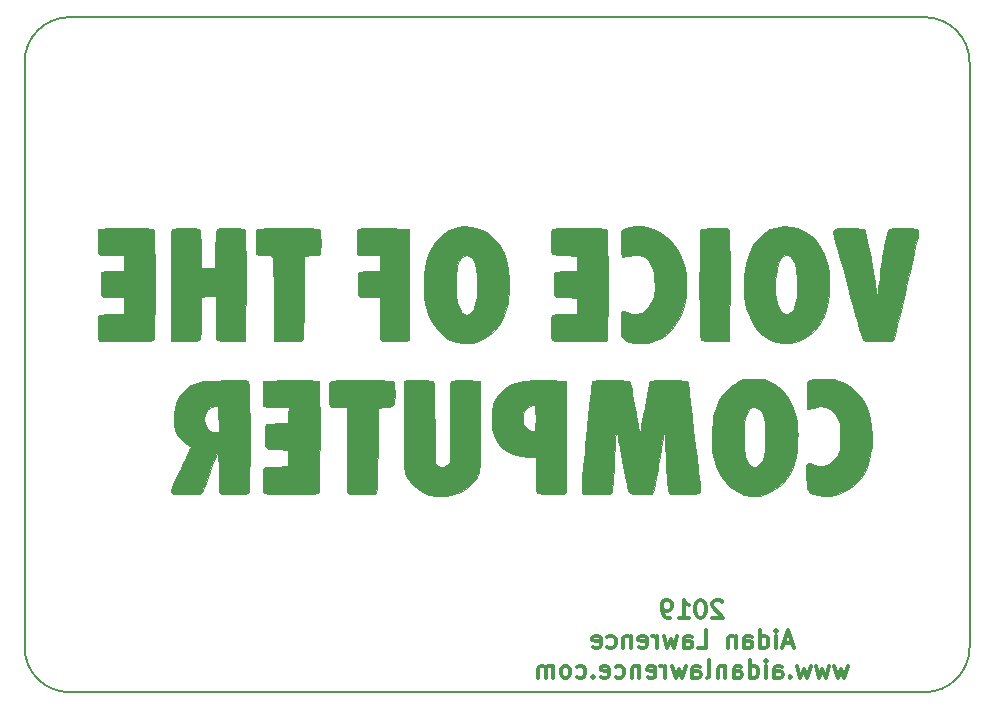
<source format=gbr>
%TF.GenerationSoftware,KiCad,Pcbnew,(5.1.4-0-10_14)*%
%TF.CreationDate,2019-10-07T11:49:19-07:00*%
%TF.ProjectId,OPL3_VGM_Player,4f504c33-5f56-4474-9d5f-506c61796572,rev?*%
%TF.SameCoordinates,Original*%
%TF.FileFunction,Legend,Bot*%
%TF.FilePolarity,Positive*%
%FSLAX46Y46*%
G04 Gerber Fmt 4.6, Leading zero omitted, Abs format (unit mm)*
G04 Created by KiCad (PCBNEW (5.1.4-0-10_14)) date 2019-10-07 11:49:19*
%MOMM*%
%LPD*%
G04 APERTURE LIST*
%ADD10C,0.300000*%
%ADD11C,0.150000*%
%ADD12C,0.010000*%
G04 APERTURE END LIST*
D10*
X208946428Y-133296428D02*
X208875000Y-133225000D01*
X208732142Y-133153571D01*
X208375000Y-133153571D01*
X208232142Y-133225000D01*
X208160714Y-133296428D01*
X208089285Y-133439285D01*
X208089285Y-133582142D01*
X208160714Y-133796428D01*
X209017857Y-134653571D01*
X208089285Y-134653571D01*
X207160714Y-133153571D02*
X207017857Y-133153571D01*
X206875000Y-133225000D01*
X206803571Y-133296428D01*
X206732142Y-133439285D01*
X206660714Y-133725000D01*
X206660714Y-134082142D01*
X206732142Y-134367857D01*
X206803571Y-134510714D01*
X206875000Y-134582142D01*
X207017857Y-134653571D01*
X207160714Y-134653571D01*
X207303571Y-134582142D01*
X207375000Y-134510714D01*
X207446428Y-134367857D01*
X207517857Y-134082142D01*
X207517857Y-133725000D01*
X207446428Y-133439285D01*
X207375000Y-133296428D01*
X207303571Y-133225000D01*
X207160714Y-133153571D01*
X205232142Y-134653571D02*
X206089285Y-134653571D01*
X205660714Y-134653571D02*
X205660714Y-133153571D01*
X205803571Y-133367857D01*
X205946428Y-133510714D01*
X206089285Y-133582142D01*
X204517857Y-134653571D02*
X204232142Y-134653571D01*
X204089285Y-134582142D01*
X204017857Y-134510714D01*
X203875000Y-134296428D01*
X203803571Y-134010714D01*
X203803571Y-133439285D01*
X203875000Y-133296428D01*
X203946428Y-133225000D01*
X204089285Y-133153571D01*
X204375000Y-133153571D01*
X204517857Y-133225000D01*
X204589285Y-133296428D01*
X204660714Y-133439285D01*
X204660714Y-133796428D01*
X204589285Y-133939285D01*
X204517857Y-134010714D01*
X204375000Y-134082142D01*
X204089285Y-134082142D01*
X203946428Y-134010714D01*
X203875000Y-133939285D01*
X203803571Y-133796428D01*
X214839285Y-136775000D02*
X214125000Y-136775000D01*
X214982142Y-137203571D02*
X214482142Y-135703571D01*
X213982142Y-137203571D01*
X213482142Y-137203571D02*
X213482142Y-136203571D01*
X213482142Y-135703571D02*
X213553571Y-135775000D01*
X213482142Y-135846428D01*
X213410714Y-135775000D01*
X213482142Y-135703571D01*
X213482142Y-135846428D01*
X212125000Y-137203571D02*
X212125000Y-135703571D01*
X212125000Y-137132142D02*
X212267857Y-137203571D01*
X212553571Y-137203571D01*
X212696428Y-137132142D01*
X212767857Y-137060714D01*
X212839285Y-136917857D01*
X212839285Y-136489285D01*
X212767857Y-136346428D01*
X212696428Y-136275000D01*
X212553571Y-136203571D01*
X212267857Y-136203571D01*
X212125000Y-136275000D01*
X210767857Y-137203571D02*
X210767857Y-136417857D01*
X210839285Y-136275000D01*
X210982142Y-136203571D01*
X211267857Y-136203571D01*
X211410714Y-136275000D01*
X210767857Y-137132142D02*
X210910714Y-137203571D01*
X211267857Y-137203571D01*
X211410714Y-137132142D01*
X211482142Y-136989285D01*
X211482142Y-136846428D01*
X211410714Y-136703571D01*
X211267857Y-136632142D01*
X210910714Y-136632142D01*
X210767857Y-136560714D01*
X210053571Y-136203571D02*
X210053571Y-137203571D01*
X210053571Y-136346428D02*
X209982142Y-136275000D01*
X209839285Y-136203571D01*
X209625000Y-136203571D01*
X209482142Y-136275000D01*
X209410714Y-136417857D01*
X209410714Y-137203571D01*
X206839285Y-137203571D02*
X207553571Y-137203571D01*
X207553571Y-135703571D01*
X205696428Y-137203571D02*
X205696428Y-136417857D01*
X205767857Y-136275000D01*
X205910714Y-136203571D01*
X206196428Y-136203571D01*
X206339285Y-136275000D01*
X205696428Y-137132142D02*
X205839285Y-137203571D01*
X206196428Y-137203571D01*
X206339285Y-137132142D01*
X206410714Y-136989285D01*
X206410714Y-136846428D01*
X206339285Y-136703571D01*
X206196428Y-136632142D01*
X205839285Y-136632142D01*
X205696428Y-136560714D01*
X205125000Y-136203571D02*
X204839285Y-137203571D01*
X204553571Y-136489285D01*
X204267857Y-137203571D01*
X203982142Y-136203571D01*
X203410714Y-137203571D02*
X203410714Y-136203571D01*
X203410714Y-136489285D02*
X203339285Y-136346428D01*
X203267857Y-136275000D01*
X203125000Y-136203571D01*
X202982142Y-136203571D01*
X201910714Y-137132142D02*
X202053571Y-137203571D01*
X202339285Y-137203571D01*
X202482142Y-137132142D01*
X202553571Y-136989285D01*
X202553571Y-136417857D01*
X202482142Y-136275000D01*
X202339285Y-136203571D01*
X202053571Y-136203571D01*
X201910714Y-136275000D01*
X201839285Y-136417857D01*
X201839285Y-136560714D01*
X202553571Y-136703571D01*
X201196428Y-136203571D02*
X201196428Y-137203571D01*
X201196428Y-136346428D02*
X201125000Y-136275000D01*
X200982142Y-136203571D01*
X200767857Y-136203571D01*
X200625000Y-136275000D01*
X200553571Y-136417857D01*
X200553571Y-137203571D01*
X199196428Y-137132142D02*
X199339285Y-137203571D01*
X199625000Y-137203571D01*
X199767857Y-137132142D01*
X199839285Y-137060714D01*
X199910714Y-136917857D01*
X199910714Y-136489285D01*
X199839285Y-136346428D01*
X199767857Y-136275000D01*
X199625000Y-136203571D01*
X199339285Y-136203571D01*
X199196428Y-136275000D01*
X197982142Y-137132142D02*
X198125000Y-137203571D01*
X198410714Y-137203571D01*
X198553571Y-137132142D01*
X198625000Y-136989285D01*
X198625000Y-136417857D01*
X198553571Y-136275000D01*
X198410714Y-136203571D01*
X198125000Y-136203571D01*
X197982142Y-136275000D01*
X197910714Y-136417857D01*
X197910714Y-136560714D01*
X198625000Y-136703571D01*
X219553571Y-138753571D02*
X219267857Y-139753571D01*
X218982142Y-139039285D01*
X218696428Y-139753571D01*
X218410714Y-138753571D01*
X217982142Y-138753571D02*
X217696428Y-139753571D01*
X217410714Y-139039285D01*
X217125000Y-139753571D01*
X216839285Y-138753571D01*
X216410714Y-138753571D02*
X216125000Y-139753571D01*
X215839285Y-139039285D01*
X215553571Y-139753571D01*
X215267857Y-138753571D01*
X214696428Y-139610714D02*
X214625000Y-139682142D01*
X214696428Y-139753571D01*
X214767857Y-139682142D01*
X214696428Y-139610714D01*
X214696428Y-139753571D01*
X213339285Y-139753571D02*
X213339285Y-138967857D01*
X213410714Y-138825000D01*
X213553571Y-138753571D01*
X213839285Y-138753571D01*
X213982142Y-138825000D01*
X213339285Y-139682142D02*
X213482142Y-139753571D01*
X213839285Y-139753571D01*
X213982142Y-139682142D01*
X214053571Y-139539285D01*
X214053571Y-139396428D01*
X213982142Y-139253571D01*
X213839285Y-139182142D01*
X213482142Y-139182142D01*
X213339285Y-139110714D01*
X212625000Y-139753571D02*
X212625000Y-138753571D01*
X212625000Y-138253571D02*
X212696428Y-138325000D01*
X212625000Y-138396428D01*
X212553571Y-138325000D01*
X212625000Y-138253571D01*
X212625000Y-138396428D01*
X211267857Y-139753571D02*
X211267857Y-138253571D01*
X211267857Y-139682142D02*
X211410714Y-139753571D01*
X211696428Y-139753571D01*
X211839285Y-139682142D01*
X211910714Y-139610714D01*
X211982142Y-139467857D01*
X211982142Y-139039285D01*
X211910714Y-138896428D01*
X211839285Y-138825000D01*
X211696428Y-138753571D01*
X211410714Y-138753571D01*
X211267857Y-138825000D01*
X209910714Y-139753571D02*
X209910714Y-138967857D01*
X209982142Y-138825000D01*
X210125000Y-138753571D01*
X210410714Y-138753571D01*
X210553571Y-138825000D01*
X209910714Y-139682142D02*
X210053571Y-139753571D01*
X210410714Y-139753571D01*
X210553571Y-139682142D01*
X210625000Y-139539285D01*
X210625000Y-139396428D01*
X210553571Y-139253571D01*
X210410714Y-139182142D01*
X210053571Y-139182142D01*
X209910714Y-139110714D01*
X209196428Y-138753571D02*
X209196428Y-139753571D01*
X209196428Y-138896428D02*
X209125000Y-138825000D01*
X208982142Y-138753571D01*
X208767857Y-138753571D01*
X208625000Y-138825000D01*
X208553571Y-138967857D01*
X208553571Y-139753571D01*
X207625000Y-139753571D02*
X207767857Y-139682142D01*
X207839285Y-139539285D01*
X207839285Y-138253571D01*
X206410714Y-139753571D02*
X206410714Y-138967857D01*
X206482142Y-138825000D01*
X206625000Y-138753571D01*
X206910714Y-138753571D01*
X207053571Y-138825000D01*
X206410714Y-139682142D02*
X206553571Y-139753571D01*
X206910714Y-139753571D01*
X207053571Y-139682142D01*
X207125000Y-139539285D01*
X207125000Y-139396428D01*
X207053571Y-139253571D01*
X206910714Y-139182142D01*
X206553571Y-139182142D01*
X206410714Y-139110714D01*
X205839285Y-138753571D02*
X205553571Y-139753571D01*
X205267857Y-139039285D01*
X204982142Y-139753571D01*
X204696428Y-138753571D01*
X204125000Y-139753571D02*
X204125000Y-138753571D01*
X204125000Y-139039285D02*
X204053571Y-138896428D01*
X203982142Y-138825000D01*
X203839285Y-138753571D01*
X203696428Y-138753571D01*
X202625000Y-139682142D02*
X202767857Y-139753571D01*
X203053571Y-139753571D01*
X203196428Y-139682142D01*
X203267857Y-139539285D01*
X203267857Y-138967857D01*
X203196428Y-138825000D01*
X203053571Y-138753571D01*
X202767857Y-138753571D01*
X202625000Y-138825000D01*
X202553571Y-138967857D01*
X202553571Y-139110714D01*
X203267857Y-139253571D01*
X201910714Y-138753571D02*
X201910714Y-139753571D01*
X201910714Y-138896428D02*
X201839285Y-138825000D01*
X201696428Y-138753571D01*
X201482142Y-138753571D01*
X201339285Y-138825000D01*
X201267857Y-138967857D01*
X201267857Y-139753571D01*
X199910714Y-139682142D02*
X200053571Y-139753571D01*
X200339285Y-139753571D01*
X200482142Y-139682142D01*
X200553571Y-139610714D01*
X200625000Y-139467857D01*
X200625000Y-139039285D01*
X200553571Y-138896428D01*
X200482142Y-138825000D01*
X200339285Y-138753571D01*
X200053571Y-138753571D01*
X199910714Y-138825000D01*
X198696428Y-139682142D02*
X198839285Y-139753571D01*
X199125000Y-139753571D01*
X199267857Y-139682142D01*
X199339285Y-139539285D01*
X199339285Y-138967857D01*
X199267857Y-138825000D01*
X199125000Y-138753571D01*
X198839285Y-138753571D01*
X198696428Y-138825000D01*
X198625000Y-138967857D01*
X198625000Y-139110714D01*
X199339285Y-139253571D01*
X197982142Y-139610714D02*
X197910714Y-139682142D01*
X197982142Y-139753571D01*
X198053571Y-139682142D01*
X197982142Y-139610714D01*
X197982142Y-139753571D01*
X196625000Y-139682142D02*
X196767857Y-139753571D01*
X197053571Y-139753571D01*
X197196428Y-139682142D01*
X197267857Y-139610714D01*
X197339285Y-139467857D01*
X197339285Y-139039285D01*
X197267857Y-138896428D01*
X197196428Y-138825000D01*
X197053571Y-138753571D01*
X196767857Y-138753571D01*
X196625000Y-138825000D01*
X195767857Y-139753571D02*
X195910714Y-139682142D01*
X195982142Y-139610714D01*
X196053571Y-139467857D01*
X196053571Y-139039285D01*
X195982142Y-138896428D01*
X195910714Y-138825000D01*
X195767857Y-138753571D01*
X195553571Y-138753571D01*
X195410714Y-138825000D01*
X195339285Y-138896428D01*
X195267857Y-139039285D01*
X195267857Y-139467857D01*
X195339285Y-139610714D01*
X195410714Y-139682142D01*
X195553571Y-139753571D01*
X195767857Y-139753571D01*
X194625000Y-139753571D02*
X194625000Y-138753571D01*
X194625000Y-138896428D02*
X194553571Y-138825000D01*
X194410714Y-138753571D01*
X194196428Y-138753571D01*
X194053571Y-138825000D01*
X193982142Y-138967857D01*
X193982142Y-139753571D01*
X193982142Y-138967857D02*
X193910714Y-138825000D01*
X193767857Y-138753571D01*
X193553571Y-138753571D01*
X193410714Y-138825000D01*
X193339285Y-138967857D01*
X193339285Y-139753571D01*
D11*
X153670000Y-140970000D02*
X226060000Y-140970000D01*
X149860000Y-87630000D02*
X149860000Y-137160000D01*
X226060000Y-83820000D02*
X153670000Y-83820000D01*
X229870000Y-137160000D02*
X229870000Y-87630000D01*
X229870000Y-137160000D02*
G75*
G02X226060000Y-140970000I-3810000J0D01*
G01*
X153670000Y-140970000D02*
G75*
G02X149860000Y-137160000I0J3810000D01*
G01*
X149860000Y-87630000D02*
G75*
G02X153670000Y-83820000I3810000J0D01*
G01*
X226060000Y-83820000D02*
G75*
G02X229870000Y-87630000I0J-3810000D01*
G01*
D12*
G36*
X157889871Y-101686602D02*
G01*
X157345563Y-101692052D01*
X156877288Y-101700476D01*
X156509267Y-101711337D01*
X156265720Y-101724095D01*
X156174591Y-101736058D01*
X156116275Y-101784152D01*
X156077278Y-101893994D01*
X156054054Y-102093535D01*
X156043054Y-102410726D01*
X156040666Y-102791412D01*
X156043128Y-103222507D01*
X156053584Y-103515015D01*
X156076642Y-103699653D01*
X156116910Y-103807133D01*
X156178996Y-103868169D01*
X156204434Y-103883021D01*
X156353305Y-103918786D01*
X156629003Y-103947509D01*
X156989058Y-103965806D01*
X157305100Y-103970666D01*
X158242000Y-103970666D01*
X158242000Y-105325333D01*
X157402258Y-105325333D01*
X157029574Y-105330317D01*
X156711950Y-105343719D01*
X156493435Y-105363213D01*
X156428591Y-105376725D01*
X156368751Y-105426436D01*
X156329317Y-105539965D01*
X156306443Y-105746014D01*
X156296280Y-106073282D01*
X156294666Y-106375791D01*
X156304614Y-106879315D01*
X156334165Y-107224583D01*
X156382882Y-107407073D01*
X156396266Y-107425066D01*
X156541646Y-107478654D01*
X156844976Y-107512812D01*
X157295870Y-107526455D01*
X157369933Y-107526666D01*
X158242000Y-107526666D01*
X158242000Y-108966000D01*
X157242933Y-108966000D01*
X156717704Y-108975491D01*
X156358360Y-109003902D01*
X156165960Y-109051133D01*
X156142266Y-109067600D01*
X156089736Y-109213377D01*
X156056048Y-109525811D01*
X156041357Y-110003260D01*
X156040666Y-110159208D01*
X156044178Y-110594348D01*
X156057125Y-110888389D01*
X156083126Y-111069463D01*
X156125798Y-111165704D01*
X156174591Y-111200608D01*
X156292981Y-111214558D01*
X156556480Y-111227069D01*
X156940870Y-111237603D01*
X157421927Y-111245621D01*
X157975433Y-111250584D01*
X158485991Y-111252000D01*
X159217981Y-111249443D01*
X159793032Y-111241408D01*
X160223467Y-111227344D01*
X160521609Y-111206703D01*
X160699781Y-111178935D01*
X160765066Y-111150400D01*
X160788403Y-111044191D01*
X160808958Y-110787713D01*
X160826733Y-110400007D01*
X160841726Y-109900114D01*
X160853939Y-109307074D01*
X160863372Y-108639928D01*
X160870023Y-107917719D01*
X160873893Y-107159486D01*
X160874983Y-106384271D01*
X160873292Y-105611115D01*
X160868820Y-104859059D01*
X160861567Y-104147144D01*
X160851534Y-103494410D01*
X160838720Y-102919900D01*
X160823124Y-102442654D01*
X160804749Y-102081713D01*
X160783592Y-101856118D01*
X160765067Y-101786266D01*
X160676244Y-101752231D01*
X160477576Y-101725774D01*
X160156741Y-101706347D01*
X159701414Y-101693399D01*
X159099273Y-101686381D01*
X158485991Y-101684666D01*
X157889871Y-101686602D01*
X157889871Y-101686602D01*
G37*
X157889871Y-101686602D02*
X157345563Y-101692052D01*
X156877288Y-101700476D01*
X156509267Y-101711337D01*
X156265720Y-101724095D01*
X156174591Y-101736058D01*
X156116275Y-101784152D01*
X156077278Y-101893994D01*
X156054054Y-102093535D01*
X156043054Y-102410726D01*
X156040666Y-102791412D01*
X156043128Y-103222507D01*
X156053584Y-103515015D01*
X156076642Y-103699653D01*
X156116910Y-103807133D01*
X156178996Y-103868169D01*
X156204434Y-103883021D01*
X156353305Y-103918786D01*
X156629003Y-103947509D01*
X156989058Y-103965806D01*
X157305100Y-103970666D01*
X158242000Y-103970666D01*
X158242000Y-105325333D01*
X157402258Y-105325333D01*
X157029574Y-105330317D01*
X156711950Y-105343719D01*
X156493435Y-105363213D01*
X156428591Y-105376725D01*
X156368751Y-105426436D01*
X156329317Y-105539965D01*
X156306443Y-105746014D01*
X156296280Y-106073282D01*
X156294666Y-106375791D01*
X156304614Y-106879315D01*
X156334165Y-107224583D01*
X156382882Y-107407073D01*
X156396266Y-107425066D01*
X156541646Y-107478654D01*
X156844976Y-107512812D01*
X157295870Y-107526455D01*
X157369933Y-107526666D01*
X158242000Y-107526666D01*
X158242000Y-108966000D01*
X157242933Y-108966000D01*
X156717704Y-108975491D01*
X156358360Y-109003902D01*
X156165960Y-109051133D01*
X156142266Y-109067600D01*
X156089736Y-109213377D01*
X156056048Y-109525811D01*
X156041357Y-110003260D01*
X156040666Y-110159208D01*
X156044178Y-110594348D01*
X156057125Y-110888389D01*
X156083126Y-111069463D01*
X156125798Y-111165704D01*
X156174591Y-111200608D01*
X156292981Y-111214558D01*
X156556480Y-111227069D01*
X156940870Y-111237603D01*
X157421927Y-111245621D01*
X157975433Y-111250584D01*
X158485991Y-111252000D01*
X159217981Y-111249443D01*
X159793032Y-111241408D01*
X160223467Y-111227344D01*
X160521609Y-111206703D01*
X160699781Y-111178935D01*
X160765066Y-111150400D01*
X160788403Y-111044191D01*
X160808958Y-110787713D01*
X160826733Y-110400007D01*
X160841726Y-109900114D01*
X160853939Y-109307074D01*
X160863372Y-108639928D01*
X160870023Y-107917719D01*
X160873893Y-107159486D01*
X160874983Y-106384271D01*
X160873292Y-105611115D01*
X160868820Y-104859059D01*
X160861567Y-104147144D01*
X160851534Y-103494410D01*
X160838720Y-102919900D01*
X160823124Y-102442654D01*
X160804749Y-102081713D01*
X160783592Y-101856118D01*
X160765067Y-101786266D01*
X160676244Y-101752231D01*
X160477576Y-101725774D01*
X160156741Y-101706347D01*
X159701414Y-101693399D01*
X159099273Y-101686381D01*
X158485991Y-101684666D01*
X157889871Y-101686602D01*
G36*
X166776050Y-101690598D02*
G01*
X166438499Y-101709721D01*
X166229671Y-101744023D01*
X166129445Y-101795495D01*
X166128334Y-101796804D01*
X166091407Y-101926462D01*
X166059932Y-102211210D01*
X166034894Y-102636867D01*
X166017281Y-103189250D01*
X166012134Y-103468971D01*
X165989000Y-105029000D01*
X164803666Y-105029000D01*
X164780568Y-103424136D01*
X164767931Y-102803834D01*
X164749580Y-102339607D01*
X164724513Y-102018260D01*
X164691726Y-101826599D01*
X164653568Y-101753265D01*
X164525998Y-101725507D01*
X164270308Y-101705528D01*
X163927533Y-101693300D01*
X163538705Y-101688793D01*
X163144859Y-101691978D01*
X162787029Y-101702826D01*
X162506247Y-101721310D01*
X162343549Y-101747398D01*
X162326442Y-101754907D01*
X162302683Y-101803238D01*
X162282882Y-101922922D01*
X162266840Y-102125138D01*
X162254358Y-102421066D01*
X162245237Y-102821887D01*
X162239279Y-103338780D01*
X162236285Y-103982926D01*
X162236055Y-104765503D01*
X162238392Y-105697694D01*
X162241776Y-106516111D01*
X162263666Y-111209666D01*
X163322000Y-111234137D01*
X163783101Y-111249325D01*
X164134234Y-111257636D01*
X164390473Y-111239339D01*
X164566892Y-111174702D01*
X164678567Y-111043993D01*
X164740573Y-110827480D01*
X164767985Y-110505433D01*
X164775877Y-110058118D01*
X164779325Y-109465805D01*
X164780852Y-109324633D01*
X164803666Y-107484333D01*
X165417500Y-107459457D01*
X166031333Y-107434581D01*
X166031333Y-109241690D01*
X166034708Y-109911471D01*
X166045264Y-110424249D01*
X166063651Y-110792226D01*
X166090520Y-111027606D01*
X166126519Y-111142594D01*
X166132933Y-111150400D01*
X166248895Y-111185734D01*
X166494007Y-111214750D01*
X166828844Y-111236701D01*
X167213978Y-111250840D01*
X167609982Y-111256418D01*
X167977431Y-111252688D01*
X168276897Y-111238903D01*
X168468954Y-111214316D01*
X168514889Y-111195555D01*
X168525431Y-111102671D01*
X168535332Y-110855954D01*
X168544409Y-110470904D01*
X168552475Y-109963019D01*
X168559347Y-109347799D01*
X168564839Y-108640743D01*
X168568765Y-107857352D01*
X168570943Y-107013124D01*
X168571333Y-106463280D01*
X168570950Y-105447632D01*
X168569553Y-104588312D01*
X168566776Y-103872315D01*
X168562249Y-103286636D01*
X168555604Y-102818272D01*
X168546473Y-102454217D01*
X168534487Y-102181467D01*
X168519278Y-101987018D01*
X168500477Y-101857866D01*
X168477715Y-101781005D01*
X168450626Y-101743431D01*
X168437408Y-101736058D01*
X168304070Y-101716175D01*
X168039512Y-101699872D01*
X167681838Y-101688814D01*
X167269152Y-101684667D01*
X167262442Y-101684666D01*
X166776050Y-101690598D01*
X166776050Y-101690598D01*
G37*
X166776050Y-101690598D02*
X166438499Y-101709721D01*
X166229671Y-101744023D01*
X166129445Y-101795495D01*
X166128334Y-101796804D01*
X166091407Y-101926462D01*
X166059932Y-102211210D01*
X166034894Y-102636867D01*
X166017281Y-103189250D01*
X166012134Y-103468971D01*
X165989000Y-105029000D01*
X164803666Y-105029000D01*
X164780568Y-103424136D01*
X164767931Y-102803834D01*
X164749580Y-102339607D01*
X164724513Y-102018260D01*
X164691726Y-101826599D01*
X164653568Y-101753265D01*
X164525998Y-101725507D01*
X164270308Y-101705528D01*
X163927533Y-101693300D01*
X163538705Y-101688793D01*
X163144859Y-101691978D01*
X162787029Y-101702826D01*
X162506247Y-101721310D01*
X162343549Y-101747398D01*
X162326442Y-101754907D01*
X162302683Y-101803238D01*
X162282882Y-101922922D01*
X162266840Y-102125138D01*
X162254358Y-102421066D01*
X162245237Y-102821887D01*
X162239279Y-103338780D01*
X162236285Y-103982926D01*
X162236055Y-104765503D01*
X162238392Y-105697694D01*
X162241776Y-106516111D01*
X162263666Y-111209666D01*
X163322000Y-111234137D01*
X163783101Y-111249325D01*
X164134234Y-111257636D01*
X164390473Y-111239339D01*
X164566892Y-111174702D01*
X164678567Y-111043993D01*
X164740573Y-110827480D01*
X164767985Y-110505433D01*
X164775877Y-110058118D01*
X164779325Y-109465805D01*
X164780852Y-109324633D01*
X164803666Y-107484333D01*
X165417500Y-107459457D01*
X166031333Y-107434581D01*
X166031333Y-109241690D01*
X166034708Y-109911471D01*
X166045264Y-110424249D01*
X166063651Y-110792226D01*
X166090520Y-111027606D01*
X166126519Y-111142594D01*
X166132933Y-111150400D01*
X166248895Y-111185734D01*
X166494007Y-111214750D01*
X166828844Y-111236701D01*
X167213978Y-111250840D01*
X167609982Y-111256418D01*
X167977431Y-111252688D01*
X168276897Y-111238903D01*
X168468954Y-111214316D01*
X168514889Y-111195555D01*
X168525431Y-111102671D01*
X168535332Y-110855954D01*
X168544409Y-110470904D01*
X168552475Y-109963019D01*
X168559347Y-109347799D01*
X168564839Y-108640743D01*
X168568765Y-107857352D01*
X168570943Y-107013124D01*
X168571333Y-106463280D01*
X168570950Y-105447632D01*
X168569553Y-104588312D01*
X168566776Y-103872315D01*
X168562249Y-103286636D01*
X168555604Y-102818272D01*
X168546473Y-102454217D01*
X168534487Y-102181467D01*
X168519278Y-101987018D01*
X168500477Y-101857866D01*
X168477715Y-101781005D01*
X168450626Y-101743431D01*
X168437408Y-101736058D01*
X168304070Y-101716175D01*
X168039512Y-101699872D01*
X167681838Y-101688814D01*
X167269152Y-101684667D01*
X167262442Y-101684666D01*
X166776050Y-101690598D01*
G36*
X171337896Y-101682577D02*
G01*
X170798353Y-101692346D01*
X170321557Y-101707167D01*
X169933285Y-101727040D01*
X169659318Y-101751963D01*
X169525432Y-101781938D01*
X169519600Y-101786266D01*
X169480558Y-101906393D01*
X169449550Y-102152653D01*
X169427632Y-102481990D01*
X169415857Y-102851349D01*
X169415280Y-103217673D01*
X169426954Y-103537907D01*
X169451935Y-103768994D01*
X169469392Y-103836741D01*
X169535431Y-103909650D01*
X169686461Y-103951448D01*
X169956300Y-103968923D01*
X170136358Y-103970666D01*
X170543115Y-103988497D01*
X170785100Y-104042070D01*
X170846016Y-104084030D01*
X170872912Y-104188074D01*
X170896194Y-104434079D01*
X170916014Y-104826788D01*
X170932525Y-105370944D01*
X170945880Y-106071293D01*
X170956229Y-106932578D01*
X170962216Y-107703530D01*
X170984333Y-111209666D01*
X172136216Y-111233142D01*
X172630254Y-111239181D01*
X172979336Y-111232697D01*
X173207495Y-111211913D01*
X173338767Y-111175053D01*
X173384099Y-111140945D01*
X173411076Y-111043514D01*
X173434330Y-110816470D01*
X173454075Y-110453181D01*
X173470529Y-109947016D01*
X173483908Y-109291342D01*
X173494428Y-108479528D01*
X173502216Y-107519136D01*
X173524333Y-104013000D01*
X174156862Y-103987746D01*
X174499870Y-103961012D01*
X174744938Y-103915564D01*
X174854066Y-103860746D01*
X174889735Y-103719332D01*
X174912082Y-103457781D01*
X174921821Y-103119218D01*
X174919664Y-102746773D01*
X174906326Y-102383570D01*
X174882520Y-102072738D01*
X174848960Y-101857404D01*
X174819733Y-101786266D01*
X174706234Y-101755625D01*
X174449255Y-101730036D01*
X174074575Y-101709498D01*
X173607972Y-101694011D01*
X173075225Y-101683575D01*
X172502110Y-101678191D01*
X171914408Y-101677858D01*
X171337896Y-101682577D01*
X171337896Y-101682577D01*
G37*
X171337896Y-101682577D02*
X170798353Y-101692346D01*
X170321557Y-101707167D01*
X169933285Y-101727040D01*
X169659318Y-101751963D01*
X169525432Y-101781938D01*
X169519600Y-101786266D01*
X169480558Y-101906393D01*
X169449550Y-102152653D01*
X169427632Y-102481990D01*
X169415857Y-102851349D01*
X169415280Y-103217673D01*
X169426954Y-103537907D01*
X169451935Y-103768994D01*
X169469392Y-103836741D01*
X169535431Y-103909650D01*
X169686461Y-103951448D01*
X169956300Y-103968923D01*
X170136358Y-103970666D01*
X170543115Y-103988497D01*
X170785100Y-104042070D01*
X170846016Y-104084030D01*
X170872912Y-104188074D01*
X170896194Y-104434079D01*
X170916014Y-104826788D01*
X170932525Y-105370944D01*
X170945880Y-106071293D01*
X170956229Y-106932578D01*
X170962216Y-107703530D01*
X170984333Y-111209666D01*
X172136216Y-111233142D01*
X172630254Y-111239181D01*
X172979336Y-111232697D01*
X173207495Y-111211913D01*
X173338767Y-111175053D01*
X173384099Y-111140945D01*
X173411076Y-111043514D01*
X173434330Y-110816470D01*
X173454075Y-110453181D01*
X173470529Y-109947016D01*
X173483908Y-109291342D01*
X173494428Y-108479528D01*
X173502216Y-107519136D01*
X173524333Y-104013000D01*
X174156862Y-103987746D01*
X174499870Y-103961012D01*
X174744938Y-103915564D01*
X174854066Y-103860746D01*
X174889735Y-103719332D01*
X174912082Y-103457781D01*
X174921821Y-103119218D01*
X174919664Y-102746773D01*
X174906326Y-102383570D01*
X174882520Y-102072738D01*
X174848960Y-101857404D01*
X174819733Y-101786266D01*
X174706234Y-101755625D01*
X174449255Y-101730036D01*
X174074575Y-101709498D01*
X173607972Y-101694011D01*
X173075225Y-101683575D01*
X172502110Y-101678191D01*
X171914408Y-101677858D01*
X171337896Y-101682577D01*
G36*
X178814159Y-101700863D02*
G01*
X178457724Y-101707693D01*
X178227958Y-101717872D01*
X178159833Y-101725923D01*
X178080497Y-101752689D01*
X178026937Y-101806371D01*
X177994098Y-101916017D01*
X177976923Y-102110674D01*
X177970355Y-102419389D01*
X177969333Y-102820221D01*
X177972530Y-103269048D01*
X177984345Y-103576026D01*
X178008118Y-103768557D01*
X178047188Y-103874045D01*
X178103258Y-103919274D01*
X178242061Y-103941288D01*
X178506133Y-103958589D01*
X178851426Y-103968853D01*
X179076925Y-103970666D01*
X179916666Y-103970666D01*
X179916666Y-105325333D01*
X179086933Y-105325333D01*
X178635193Y-105336490D01*
X178322244Y-105368933D01*
X178162218Y-105421122D01*
X178155600Y-105426933D01*
X178102234Y-105572452D01*
X178068184Y-105877989D01*
X178054295Y-106335238D01*
X178054000Y-106426000D01*
X178064432Y-106907829D01*
X178095167Y-107239335D01*
X178145358Y-107412214D01*
X178155600Y-107425066D01*
X178300665Y-107479015D01*
X178599967Y-107513363D01*
X179039377Y-107526567D01*
X179086933Y-107526666D01*
X179916666Y-107526666D01*
X179916666Y-109287733D01*
X179920178Y-109949542D01*
X179931155Y-110454282D01*
X179950257Y-110814081D01*
X179978147Y-111041067D01*
X180015487Y-111147368D01*
X180018266Y-111150400D01*
X180143077Y-111194703D01*
X180391818Y-111227254D01*
X180726552Y-111248120D01*
X181109345Y-111257368D01*
X181502262Y-111255065D01*
X181867369Y-111241278D01*
X182166729Y-111216073D01*
X182362409Y-111179518D01*
X182417818Y-111146166D01*
X182425017Y-111043810D01*
X182431022Y-110787874D01*
X182435771Y-110394110D01*
X182439204Y-109878268D01*
X182441260Y-109256098D01*
X182441877Y-108543351D01*
X182440993Y-107755777D01*
X182438549Y-106909127D01*
X182436327Y-106383666D01*
X182414333Y-101727000D01*
X180382333Y-101703144D01*
X179802576Y-101698321D01*
X179271147Y-101697650D01*
X178814159Y-101700863D01*
X178814159Y-101700863D01*
G37*
X178814159Y-101700863D02*
X178457724Y-101707693D01*
X178227958Y-101717872D01*
X178159833Y-101725923D01*
X178080497Y-101752689D01*
X178026937Y-101806371D01*
X177994098Y-101916017D01*
X177976923Y-102110674D01*
X177970355Y-102419389D01*
X177969333Y-102820221D01*
X177972530Y-103269048D01*
X177984345Y-103576026D01*
X178008118Y-103768557D01*
X178047188Y-103874045D01*
X178103258Y-103919274D01*
X178242061Y-103941288D01*
X178506133Y-103958589D01*
X178851426Y-103968853D01*
X179076925Y-103970666D01*
X179916666Y-103970666D01*
X179916666Y-105325333D01*
X179086933Y-105325333D01*
X178635193Y-105336490D01*
X178322244Y-105368933D01*
X178162218Y-105421122D01*
X178155600Y-105426933D01*
X178102234Y-105572452D01*
X178068184Y-105877989D01*
X178054295Y-106335238D01*
X178054000Y-106426000D01*
X178064432Y-106907829D01*
X178095167Y-107239335D01*
X178145358Y-107412214D01*
X178155600Y-107425066D01*
X178300665Y-107479015D01*
X178599967Y-107513363D01*
X179039377Y-107526567D01*
X179086933Y-107526666D01*
X179916666Y-107526666D01*
X179916666Y-109287733D01*
X179920178Y-109949542D01*
X179931155Y-110454282D01*
X179950257Y-110814081D01*
X179978147Y-111041067D01*
X180015487Y-111147368D01*
X180018266Y-111150400D01*
X180143077Y-111194703D01*
X180391818Y-111227254D01*
X180726552Y-111248120D01*
X181109345Y-111257368D01*
X181502262Y-111255065D01*
X181867369Y-111241278D01*
X182166729Y-111216073D01*
X182362409Y-111179518D01*
X182417818Y-111146166D01*
X182425017Y-111043810D01*
X182431022Y-110787874D01*
X182435771Y-110394110D01*
X182439204Y-109878268D01*
X182441260Y-109256098D01*
X182441877Y-108543351D01*
X182440993Y-107755777D01*
X182438549Y-106909127D01*
X182436327Y-106383666D01*
X182414333Y-101727000D01*
X180382333Y-101703144D01*
X179802576Y-101698321D01*
X179271147Y-101697650D01*
X178814159Y-101700863D01*
G36*
X196121640Y-101685249D02*
G01*
X195599095Y-101687935D01*
X195206276Y-101694125D01*
X194923377Y-101705224D01*
X194730596Y-101722634D01*
X194608128Y-101747759D01*
X194536171Y-101782001D01*
X194494920Y-101826764D01*
X194482312Y-101848433D01*
X194442183Y-102009870D01*
X194414849Y-102288973D01*
X194400431Y-102638507D01*
X194399049Y-103011237D01*
X194410827Y-103359930D01*
X194435885Y-103637350D01*
X194474344Y-103796262D01*
X194477291Y-103801333D01*
X194554766Y-103859753D01*
X194719122Y-103903579D01*
X194994822Y-103936507D01*
X195406330Y-103962235D01*
X195597828Y-103970666D01*
X196638333Y-104013000D01*
X196638333Y-105283000D01*
X195754223Y-105307308D01*
X195375481Y-105325860D01*
X195054808Y-105356642D01*
X194833384Y-105394845D01*
X194759390Y-105423508D01*
X194703813Y-105534783D01*
X194668356Y-105770194D01*
X194651098Y-106147135D01*
X194648666Y-106425999D01*
X194656588Y-106889641D01*
X194681635Y-107202029D01*
X194725727Y-107380556D01*
X194759390Y-107428491D01*
X194886542Y-107469029D01*
X195141849Y-107505523D01*
X195484133Y-107533164D01*
X195754223Y-107544691D01*
X196638333Y-107569000D01*
X196638333Y-108923666D01*
X195622333Y-108946560D01*
X195173535Y-108960648D01*
X194864798Y-108981950D01*
X194666873Y-109014748D01*
X194550513Y-109063329D01*
X194500500Y-109110909D01*
X194451853Y-109262013D01*
X194417754Y-109534945D01*
X194398636Y-109882787D01*
X194394930Y-110258623D01*
X194407067Y-110615537D01*
X194435479Y-110906613D01*
X194480598Y-111084932D01*
X194482312Y-111088232D01*
X194516566Y-111137715D01*
X194573105Y-111176000D01*
X194671757Y-111204436D01*
X194832350Y-111224374D01*
X195074710Y-111237163D01*
X195418666Y-111244154D01*
X195884044Y-111246696D01*
X196490672Y-111246140D01*
X196789479Y-111245315D01*
X197389508Y-111241946D01*
X197936098Y-111235898D01*
X198405679Y-111227674D01*
X198774684Y-111217772D01*
X199019544Y-111206695D01*
X199114833Y-111195926D01*
X199138600Y-111104253D01*
X199159642Y-110861993D01*
X199177952Y-110487873D01*
X199193520Y-110000618D01*
X199206339Y-109418953D01*
X199216400Y-108761604D01*
X199223694Y-108047297D01*
X199228213Y-107294756D01*
X199229949Y-106522708D01*
X199228893Y-105749877D01*
X199225037Y-104994990D01*
X199218373Y-104276772D01*
X199208891Y-103613948D01*
X199196584Y-103025244D01*
X199181443Y-102529385D01*
X199163460Y-102145097D01*
X199142626Y-101891105D01*
X199119067Y-101786266D01*
X199031108Y-101752592D01*
X198834154Y-101726333D01*
X198515902Y-101706950D01*
X198064052Y-101693907D01*
X197466304Y-101686666D01*
X196793712Y-101684666D01*
X196121640Y-101685249D01*
X196121640Y-101685249D01*
G37*
X196121640Y-101685249D02*
X195599095Y-101687935D01*
X195206276Y-101694125D01*
X194923377Y-101705224D01*
X194730596Y-101722634D01*
X194608128Y-101747759D01*
X194536171Y-101782001D01*
X194494920Y-101826764D01*
X194482312Y-101848433D01*
X194442183Y-102009870D01*
X194414849Y-102288973D01*
X194400431Y-102638507D01*
X194399049Y-103011237D01*
X194410827Y-103359930D01*
X194435885Y-103637350D01*
X194474344Y-103796262D01*
X194477291Y-103801333D01*
X194554766Y-103859753D01*
X194719122Y-103903579D01*
X194994822Y-103936507D01*
X195406330Y-103962235D01*
X195597828Y-103970666D01*
X196638333Y-104013000D01*
X196638333Y-105283000D01*
X195754223Y-105307308D01*
X195375481Y-105325860D01*
X195054808Y-105356642D01*
X194833384Y-105394845D01*
X194759390Y-105423508D01*
X194703813Y-105534783D01*
X194668356Y-105770194D01*
X194651098Y-106147135D01*
X194648666Y-106425999D01*
X194656588Y-106889641D01*
X194681635Y-107202029D01*
X194725727Y-107380556D01*
X194759390Y-107428491D01*
X194886542Y-107469029D01*
X195141849Y-107505523D01*
X195484133Y-107533164D01*
X195754223Y-107544691D01*
X196638333Y-107569000D01*
X196638333Y-108923666D01*
X195622333Y-108946560D01*
X195173535Y-108960648D01*
X194864798Y-108981950D01*
X194666873Y-109014748D01*
X194550513Y-109063329D01*
X194500500Y-109110909D01*
X194451853Y-109262013D01*
X194417754Y-109534945D01*
X194398636Y-109882787D01*
X194394930Y-110258623D01*
X194407067Y-110615537D01*
X194435479Y-110906613D01*
X194480598Y-111084932D01*
X194482312Y-111088232D01*
X194516566Y-111137715D01*
X194573105Y-111176000D01*
X194671757Y-111204436D01*
X194832350Y-111224374D01*
X195074710Y-111237163D01*
X195418666Y-111244154D01*
X195884044Y-111246696D01*
X196490672Y-111246140D01*
X196789479Y-111245315D01*
X197389508Y-111241946D01*
X197936098Y-111235898D01*
X198405679Y-111227674D01*
X198774684Y-111217772D01*
X199019544Y-111206695D01*
X199114833Y-111195926D01*
X199138600Y-111104253D01*
X199159642Y-110861993D01*
X199177952Y-110487873D01*
X199193520Y-110000618D01*
X199206339Y-109418953D01*
X199216400Y-108761604D01*
X199223694Y-108047297D01*
X199228213Y-107294756D01*
X199229949Y-106522708D01*
X199228893Y-105749877D01*
X199225037Y-104994990D01*
X199218373Y-104276772D01*
X199208891Y-103613948D01*
X199196584Y-103025244D01*
X199181443Y-102529385D01*
X199163460Y-102145097D01*
X199142626Y-101891105D01*
X199119067Y-101786266D01*
X199031108Y-101752592D01*
X198834154Y-101726333D01*
X198515902Y-101706950D01*
X198064052Y-101693907D01*
X197466304Y-101686666D01*
X196793712Y-101684666D01*
X196121640Y-101685249D01*
G36*
X208219442Y-101683747D02*
G01*
X207833953Y-101696673D01*
X207494441Y-101718245D01*
X207241163Y-101747588D01*
X207114374Y-101783824D01*
X207111600Y-101786266D01*
X207088264Y-101892475D01*
X207067708Y-102148952D01*
X207049934Y-102536659D01*
X207034940Y-103036552D01*
X207022727Y-103629592D01*
X207013295Y-104296737D01*
X207006643Y-105018947D01*
X207002773Y-105777180D01*
X207001683Y-106552395D01*
X207003374Y-107325551D01*
X207007846Y-108077607D01*
X207015099Y-108789522D01*
X207025132Y-109442255D01*
X207037947Y-110016766D01*
X207053542Y-110494012D01*
X207071918Y-110854953D01*
X207093075Y-111080548D01*
X207111600Y-111150400D01*
X207227562Y-111185734D01*
X207472674Y-111214750D01*
X207807510Y-111236701D01*
X208192644Y-111250840D01*
X208588649Y-111256418D01*
X208956097Y-111252688D01*
X209255564Y-111238903D01*
X209447620Y-111214316D01*
X209493555Y-111195555D01*
X209504097Y-111102671D01*
X209513999Y-110855954D01*
X209523076Y-110470904D01*
X209531142Y-109963019D01*
X209538014Y-109347799D01*
X209543505Y-108640743D01*
X209547432Y-107857352D01*
X209549610Y-107013124D01*
X209550000Y-106463280D01*
X209549616Y-105447632D01*
X209548220Y-104588312D01*
X209545443Y-103872315D01*
X209540916Y-103286636D01*
X209534271Y-102818272D01*
X209525140Y-102454217D01*
X209513154Y-102181467D01*
X209497944Y-101987018D01*
X209479143Y-101857866D01*
X209456382Y-101781005D01*
X209429293Y-101743431D01*
X209416075Y-101736058D01*
X209249226Y-101705624D01*
X208967334Y-101687346D01*
X208610655Y-101680346D01*
X208219442Y-101683747D01*
X208219442Y-101683747D01*
G37*
X208219442Y-101683747D02*
X207833953Y-101696673D01*
X207494441Y-101718245D01*
X207241163Y-101747588D01*
X207114374Y-101783824D01*
X207111600Y-101786266D01*
X207088264Y-101892475D01*
X207067708Y-102148952D01*
X207049934Y-102536659D01*
X207034940Y-103036552D01*
X207022727Y-103629592D01*
X207013295Y-104296737D01*
X207006643Y-105018947D01*
X207002773Y-105777180D01*
X207001683Y-106552395D01*
X207003374Y-107325551D01*
X207007846Y-108077607D01*
X207015099Y-108789522D01*
X207025132Y-109442255D01*
X207037947Y-110016766D01*
X207053542Y-110494012D01*
X207071918Y-110854953D01*
X207093075Y-111080548D01*
X207111600Y-111150400D01*
X207227562Y-111185734D01*
X207472674Y-111214750D01*
X207807510Y-111236701D01*
X208192644Y-111250840D01*
X208588649Y-111256418D01*
X208956097Y-111252688D01*
X209255564Y-111238903D01*
X209447620Y-111214316D01*
X209493555Y-111195555D01*
X209504097Y-111102671D01*
X209513999Y-110855954D01*
X209523076Y-110470904D01*
X209531142Y-109963019D01*
X209538014Y-109347799D01*
X209543505Y-108640743D01*
X209547432Y-107857352D01*
X209549610Y-107013124D01*
X209550000Y-106463280D01*
X209549616Y-105447632D01*
X209548220Y-104588312D01*
X209545443Y-103872315D01*
X209540916Y-103286636D01*
X209534271Y-102818272D01*
X209525140Y-102454217D01*
X209513154Y-102181467D01*
X209497944Y-101987018D01*
X209479143Y-101857866D01*
X209456382Y-101781005D01*
X209429293Y-101743431D01*
X209416075Y-101736058D01*
X209249226Y-101705624D01*
X208967334Y-101687346D01*
X208610655Y-101680346D01*
X208219442Y-101683747D01*
G36*
X219140687Y-101687719D02*
G01*
X218767862Y-101703679D01*
X218521715Y-101742749D01*
X218380929Y-101815131D01*
X218324187Y-101931027D01*
X218330172Y-102100639D01*
X218370431Y-102302573D01*
X218408708Y-102459521D01*
X218478647Y-102729635D01*
X218582103Y-103119791D01*
X218720931Y-103636866D01*
X218896987Y-104287735D01*
X219112128Y-105079275D01*
X219368208Y-106018363D01*
X219667084Y-107111874D01*
X219757414Y-107442000D01*
X219843784Y-107753273D01*
X219924910Y-108038667D01*
X219960939Y-108161666D01*
X220009084Y-108329575D01*
X220091973Y-108626098D01*
X220199961Y-109016436D01*
X220323404Y-109465792D01*
X220395076Y-109728000D01*
X220521779Y-110180830D01*
X220639302Y-110579661D01*
X220738226Y-110894095D01*
X220809130Y-111093736D01*
X220834599Y-111146166D01*
X220929955Y-111192460D01*
X221143660Y-111224630D01*
X221491374Y-111243956D01*
X221988754Y-111251716D01*
X222130388Y-111252000D01*
X222609330Y-111250373D01*
X222946635Y-111243120D01*
X223169989Y-111226682D01*
X223307075Y-111197501D01*
X223385578Y-111152016D01*
X223433184Y-111086670D01*
X223434427Y-111084359D01*
X223476850Y-110959427D01*
X223550649Y-110692821D01*
X223649892Y-110308041D01*
X223768650Y-109828586D01*
X223900993Y-109277956D01*
X224038016Y-108692526D01*
X224227449Y-107872498D01*
X224382903Y-107199163D01*
X224508550Y-106654237D01*
X224608560Y-106219433D01*
X224687104Y-105876464D01*
X224748352Y-105607046D01*
X224796476Y-105392890D01*
X224835644Y-105215712D01*
X224870029Y-105057226D01*
X224903801Y-104899144D01*
X224912187Y-104859666D01*
X224973516Y-104580254D01*
X225062553Y-104186746D01*
X225167731Y-103729761D01*
X225277484Y-103259918D01*
X225286010Y-103223738D01*
X225405696Y-102708215D01*
X225486190Y-102332936D01*
X225529619Y-102073929D01*
X225538111Y-101907225D01*
X225513794Y-101808852D01*
X225458796Y-101754841D01*
X225418075Y-101736058D01*
X225285783Y-101716586D01*
X225021193Y-101700499D01*
X224661329Y-101689356D01*
X224243218Y-101684713D01*
X224196456Y-101684666D01*
X223704320Y-101689881D01*
X223358075Y-101707034D01*
X223134559Y-101738386D01*
X223010606Y-101786200D01*
X222991082Y-101802346D01*
X222929657Y-101930699D01*
X222854722Y-102186777D01*
X222776724Y-102530675D01*
X222719590Y-102839513D01*
X222641223Y-103308416D01*
X222558591Y-103803547D01*
X222484456Y-104248403D01*
X222453189Y-104436333D01*
X222391089Y-104840877D01*
X222323816Y-105328017D01*
X222263050Y-105811855D01*
X222245949Y-105960333D01*
X222198315Y-106357854D01*
X222148756Y-106724502D01*
X222104847Y-107006066D01*
X222086222Y-107103333D01*
X222021147Y-107399666D01*
X221970885Y-107103333D01*
X221936955Y-106893954D01*
X221886036Y-106568588D01*
X221826131Y-106178726D01*
X221786602Y-105918000D01*
X221709314Y-105432590D01*
X221616639Y-104893925D01*
X221513799Y-104328084D01*
X221406016Y-103761142D01*
X221298515Y-103219178D01*
X221196517Y-102728270D01*
X221105245Y-102314493D01*
X221029922Y-102003927D01*
X220975771Y-101822648D01*
X220959947Y-101790500D01*
X220861805Y-101744048D01*
X220644153Y-101711801D01*
X220291571Y-101692502D01*
X219788643Y-101684896D01*
X219661507Y-101684666D01*
X219140687Y-101687719D01*
X219140687Y-101687719D01*
G37*
X219140687Y-101687719D02*
X218767862Y-101703679D01*
X218521715Y-101742749D01*
X218380929Y-101815131D01*
X218324187Y-101931027D01*
X218330172Y-102100639D01*
X218370431Y-102302573D01*
X218408708Y-102459521D01*
X218478647Y-102729635D01*
X218582103Y-103119791D01*
X218720931Y-103636866D01*
X218896987Y-104287735D01*
X219112128Y-105079275D01*
X219368208Y-106018363D01*
X219667084Y-107111874D01*
X219757414Y-107442000D01*
X219843784Y-107753273D01*
X219924910Y-108038667D01*
X219960939Y-108161666D01*
X220009084Y-108329575D01*
X220091973Y-108626098D01*
X220199961Y-109016436D01*
X220323404Y-109465792D01*
X220395076Y-109728000D01*
X220521779Y-110180830D01*
X220639302Y-110579661D01*
X220738226Y-110894095D01*
X220809130Y-111093736D01*
X220834599Y-111146166D01*
X220929955Y-111192460D01*
X221143660Y-111224630D01*
X221491374Y-111243956D01*
X221988754Y-111251716D01*
X222130388Y-111252000D01*
X222609330Y-111250373D01*
X222946635Y-111243120D01*
X223169989Y-111226682D01*
X223307075Y-111197501D01*
X223385578Y-111152016D01*
X223433184Y-111086670D01*
X223434427Y-111084359D01*
X223476850Y-110959427D01*
X223550649Y-110692821D01*
X223649892Y-110308041D01*
X223768650Y-109828586D01*
X223900993Y-109277956D01*
X224038016Y-108692526D01*
X224227449Y-107872498D01*
X224382903Y-107199163D01*
X224508550Y-106654237D01*
X224608560Y-106219433D01*
X224687104Y-105876464D01*
X224748352Y-105607046D01*
X224796476Y-105392890D01*
X224835644Y-105215712D01*
X224870029Y-105057226D01*
X224903801Y-104899144D01*
X224912187Y-104859666D01*
X224973516Y-104580254D01*
X225062553Y-104186746D01*
X225167731Y-103729761D01*
X225277484Y-103259918D01*
X225286010Y-103223738D01*
X225405696Y-102708215D01*
X225486190Y-102332936D01*
X225529619Y-102073929D01*
X225538111Y-101907225D01*
X225513794Y-101808852D01*
X225458796Y-101754841D01*
X225418075Y-101736058D01*
X225285783Y-101716586D01*
X225021193Y-101700499D01*
X224661329Y-101689356D01*
X224243218Y-101684713D01*
X224196456Y-101684666D01*
X223704320Y-101689881D01*
X223358075Y-101707034D01*
X223134559Y-101738386D01*
X223010606Y-101786200D01*
X222991082Y-101802346D01*
X222929657Y-101930699D01*
X222854722Y-102186777D01*
X222776724Y-102530675D01*
X222719590Y-102839513D01*
X222641223Y-103308416D01*
X222558591Y-103803547D01*
X222484456Y-104248403D01*
X222453189Y-104436333D01*
X222391089Y-104840877D01*
X222323816Y-105328017D01*
X222263050Y-105811855D01*
X222245949Y-105960333D01*
X222198315Y-106357854D01*
X222148756Y-106724502D01*
X222104847Y-107006066D01*
X222086222Y-107103333D01*
X222021147Y-107399666D01*
X221970885Y-107103333D01*
X221936955Y-106893954D01*
X221886036Y-106568588D01*
X221826131Y-106178726D01*
X221786602Y-105918000D01*
X221709314Y-105432590D01*
X221616639Y-104893925D01*
X221513799Y-104328084D01*
X221406016Y-103761142D01*
X221298515Y-103219178D01*
X221196517Y-102728270D01*
X221105245Y-102314493D01*
X221029922Y-102003927D01*
X220975771Y-101822648D01*
X220959947Y-101790500D01*
X220861805Y-101744048D01*
X220644153Y-101711801D01*
X220291571Y-101692502D01*
X219788643Y-101684896D01*
X219661507Y-101684666D01*
X219140687Y-101687719D01*
G36*
X186338157Y-101657812D02*
G01*
X185666566Y-101940547D01*
X185461280Y-102062686D01*
X184942733Y-102491704D01*
X184494887Y-103064795D01*
X184126312Y-103768512D01*
X183845573Y-104589406D01*
X183841247Y-104605666D01*
X183755894Y-105060241D01*
X183700954Y-105630786D01*
X183676422Y-106267002D01*
X183682296Y-106918584D01*
X183718570Y-107535232D01*
X183785241Y-108066644D01*
X183841557Y-108330190D01*
X184129428Y-109163102D01*
X184517020Y-109884121D01*
X184995428Y-110481059D01*
X185555745Y-110941728D01*
X185885666Y-111127813D01*
X186426157Y-111315282D01*
X187034959Y-111406355D01*
X187648580Y-111397470D01*
X188203529Y-111285064D01*
X188270824Y-111261641D01*
X188957944Y-110920944D01*
X189556733Y-110447490D01*
X190043624Y-109862920D01*
X190309837Y-109389333D01*
X190469575Y-109039759D01*
X190577037Y-108780151D01*
X190651791Y-108548477D01*
X190713403Y-108282702D01*
X190781439Y-107920795D01*
X190792624Y-107858735D01*
X190901979Y-106937628D01*
X190904935Y-106395771D01*
X188207305Y-106395771D01*
X188190811Y-107028962D01*
X188132330Y-107620481D01*
X188033174Y-108132307D01*
X187894652Y-108526419D01*
X187854747Y-108600876D01*
X187624677Y-108870868D01*
X187358078Y-108995232D01*
X187085654Y-108970469D01*
X186838107Y-108793084D01*
X186782662Y-108723017D01*
X186600984Y-108391860D01*
X186471931Y-107972194D01*
X186391229Y-107441595D01*
X186354603Y-106777640D01*
X186351333Y-106460509D01*
X186378664Y-105654973D01*
X186461025Y-105008235D01*
X186598967Y-104518759D01*
X186793040Y-104185014D01*
X187043796Y-104005465D01*
X187245929Y-103970666D01*
X187504871Y-104044897D01*
X187754484Y-104236931D01*
X187942464Y-104500786D01*
X187991762Y-104626376D01*
X188109092Y-105156457D01*
X188180502Y-105758929D01*
X188207305Y-106395771D01*
X190904935Y-106395771D01*
X190907044Y-106009424D01*
X190811495Y-105114335D01*
X190619006Y-104292573D01*
X190417985Y-103759000D01*
X190023970Y-103063488D01*
X189537909Y-102489796D01*
X188977266Y-102043900D01*
X188359506Y-101731777D01*
X187702091Y-101559403D01*
X187022487Y-101532756D01*
X186338157Y-101657812D01*
X186338157Y-101657812D01*
G37*
X186338157Y-101657812D02*
X185666566Y-101940547D01*
X185461280Y-102062686D01*
X184942733Y-102491704D01*
X184494887Y-103064795D01*
X184126312Y-103768512D01*
X183845573Y-104589406D01*
X183841247Y-104605666D01*
X183755894Y-105060241D01*
X183700954Y-105630786D01*
X183676422Y-106267002D01*
X183682296Y-106918584D01*
X183718570Y-107535232D01*
X183785241Y-108066644D01*
X183841557Y-108330190D01*
X184129428Y-109163102D01*
X184517020Y-109884121D01*
X184995428Y-110481059D01*
X185555745Y-110941728D01*
X185885666Y-111127813D01*
X186426157Y-111315282D01*
X187034959Y-111406355D01*
X187648580Y-111397470D01*
X188203529Y-111285064D01*
X188270824Y-111261641D01*
X188957944Y-110920944D01*
X189556733Y-110447490D01*
X190043624Y-109862920D01*
X190309837Y-109389333D01*
X190469575Y-109039759D01*
X190577037Y-108780151D01*
X190651791Y-108548477D01*
X190713403Y-108282702D01*
X190781439Y-107920795D01*
X190792624Y-107858735D01*
X190901979Y-106937628D01*
X190904935Y-106395771D01*
X188207305Y-106395771D01*
X188190811Y-107028962D01*
X188132330Y-107620481D01*
X188033174Y-108132307D01*
X187894652Y-108526419D01*
X187854747Y-108600876D01*
X187624677Y-108870868D01*
X187358078Y-108995232D01*
X187085654Y-108970469D01*
X186838107Y-108793084D01*
X186782662Y-108723017D01*
X186600984Y-108391860D01*
X186471931Y-107972194D01*
X186391229Y-107441595D01*
X186354603Y-106777640D01*
X186351333Y-106460509D01*
X186378664Y-105654973D01*
X186461025Y-105008235D01*
X186598967Y-104518759D01*
X186793040Y-104185014D01*
X187043796Y-104005465D01*
X187245929Y-103970666D01*
X187504871Y-104044897D01*
X187754484Y-104236931D01*
X187942464Y-104500786D01*
X187991762Y-104626376D01*
X188109092Y-105156457D01*
X188180502Y-105758929D01*
X188207305Y-106395771D01*
X190904935Y-106395771D01*
X190907044Y-106009424D01*
X190811495Y-105114335D01*
X190619006Y-104292573D01*
X190417985Y-103759000D01*
X190023970Y-103063488D01*
X189537909Y-102489796D01*
X188977266Y-102043900D01*
X188359506Y-101731777D01*
X187702091Y-101559403D01*
X187022487Y-101532756D01*
X186338157Y-101657812D01*
G36*
X201120886Y-101554942D02*
G01*
X200750678Y-101635990D01*
X200492778Y-101760391D01*
X200424088Y-101828179D01*
X200372590Y-101952290D01*
X200342046Y-102172116D01*
X200330686Y-102511725D01*
X200336743Y-102995190D01*
X200337154Y-103011353D01*
X200352491Y-103414224D01*
X200374789Y-103754508D01*
X200401087Y-103996920D01*
X200428424Y-104106172D01*
X200429089Y-104106887D01*
X200538935Y-104116981D01*
X200750854Y-104072971D01*
X200920385Y-104018926D01*
X201433493Y-103913138D01*
X201922468Y-103962359D01*
X202360788Y-104159449D01*
X202721931Y-104497269D01*
X202728295Y-104505558D01*
X202929303Y-104815618D01*
X203067753Y-105154029D01*
X203152704Y-105558632D01*
X203193212Y-106067271D01*
X203200000Y-106476564D01*
X203195192Y-106923836D01*
X203176363Y-107248381D01*
X203136907Y-107496644D01*
X203070217Y-107715068D01*
X202999767Y-107884085D01*
X202761573Y-108312447D01*
X202473537Y-108613336D01*
X202095420Y-108828340D01*
X202079730Y-108834959D01*
X201686854Y-108948175D01*
X201308525Y-108935016D01*
X200883807Y-108793312D01*
X200881453Y-108792273D01*
X200640724Y-108701976D01*
X200459704Y-108663235D01*
X200405024Y-108670269D01*
X200373148Y-108770604D01*
X200350307Y-109000029D01*
X200336693Y-109318529D01*
X200332499Y-109686093D01*
X200337919Y-110062706D01*
X200353143Y-110408356D01*
X200378366Y-110683030D01*
X200394861Y-110781593D01*
X200500810Y-111018369D01*
X200713441Y-111191766D01*
X201049279Y-111308828D01*
X201524855Y-111376598D01*
X201833664Y-111394727D01*
X202279131Y-111402736D01*
X202610760Y-111383051D01*
X202882592Y-111330139D01*
X203073000Y-111267847D01*
X203540938Y-111076246D01*
X203905718Y-110879070D01*
X204230053Y-110636667D01*
X204556138Y-110330077D01*
X205036393Y-109735383D01*
X205431990Y-109008342D01*
X205709687Y-108246333D01*
X205788012Y-107857529D01*
X205839604Y-107350729D01*
X205864489Y-106774361D01*
X205862694Y-106176853D01*
X205834245Y-105606632D01*
X205779169Y-105112128D01*
X205707797Y-104775000D01*
X205378564Y-103907545D01*
X204943984Y-103167411D01*
X204407813Y-102558350D01*
X203773809Y-102084116D01*
X203045727Y-101748463D01*
X202539666Y-101609685D01*
X202051951Y-101538012D01*
X201566834Y-101521024D01*
X201120886Y-101554942D01*
X201120886Y-101554942D01*
G37*
X201120886Y-101554942D02*
X200750678Y-101635990D01*
X200492778Y-101760391D01*
X200424088Y-101828179D01*
X200372590Y-101952290D01*
X200342046Y-102172116D01*
X200330686Y-102511725D01*
X200336743Y-102995190D01*
X200337154Y-103011353D01*
X200352491Y-103414224D01*
X200374789Y-103754508D01*
X200401087Y-103996920D01*
X200428424Y-104106172D01*
X200429089Y-104106887D01*
X200538935Y-104116981D01*
X200750854Y-104072971D01*
X200920385Y-104018926D01*
X201433493Y-103913138D01*
X201922468Y-103962359D01*
X202360788Y-104159449D01*
X202721931Y-104497269D01*
X202728295Y-104505558D01*
X202929303Y-104815618D01*
X203067753Y-105154029D01*
X203152704Y-105558632D01*
X203193212Y-106067271D01*
X203200000Y-106476564D01*
X203195192Y-106923836D01*
X203176363Y-107248381D01*
X203136907Y-107496644D01*
X203070217Y-107715068D01*
X202999767Y-107884085D01*
X202761573Y-108312447D01*
X202473537Y-108613336D01*
X202095420Y-108828340D01*
X202079730Y-108834959D01*
X201686854Y-108948175D01*
X201308525Y-108935016D01*
X200883807Y-108793312D01*
X200881453Y-108792273D01*
X200640724Y-108701976D01*
X200459704Y-108663235D01*
X200405024Y-108670269D01*
X200373148Y-108770604D01*
X200350307Y-109000029D01*
X200336693Y-109318529D01*
X200332499Y-109686093D01*
X200337919Y-110062706D01*
X200353143Y-110408356D01*
X200378366Y-110683030D01*
X200394861Y-110781593D01*
X200500810Y-111018369D01*
X200713441Y-111191766D01*
X201049279Y-111308828D01*
X201524855Y-111376598D01*
X201833664Y-111394727D01*
X202279131Y-111402736D01*
X202610760Y-111383051D01*
X202882592Y-111330139D01*
X203073000Y-111267847D01*
X203540938Y-111076246D01*
X203905718Y-110879070D01*
X204230053Y-110636667D01*
X204556138Y-110330077D01*
X205036393Y-109735383D01*
X205431990Y-109008342D01*
X205709687Y-108246333D01*
X205788012Y-107857529D01*
X205839604Y-107350729D01*
X205864489Y-106774361D01*
X205862694Y-106176853D01*
X205834245Y-105606632D01*
X205779169Y-105112128D01*
X205707797Y-104775000D01*
X205378564Y-103907545D01*
X204943984Y-103167411D01*
X204407813Y-102558350D01*
X203773809Y-102084116D01*
X203045727Y-101748463D01*
X202539666Y-101609685D01*
X202051951Y-101538012D01*
X201566834Y-101521024D01*
X201120886Y-101554942D01*
G36*
X213487000Y-101630149D02*
G01*
X213007816Y-101788710D01*
X212610395Y-102001485D01*
X212230427Y-102306991D01*
X212031249Y-102502090D01*
X211544294Y-103121181D01*
X211170217Y-103863314D01*
X210910476Y-104724017D01*
X210766529Y-105698821D01*
X210735402Y-106476781D01*
X210793649Y-107491058D01*
X210965252Y-108411661D01*
X211245746Y-109229332D01*
X211630664Y-109934815D01*
X212115540Y-110518852D01*
X212695907Y-110972184D01*
X212979000Y-111127195D01*
X213523676Y-111315125D01*
X214139340Y-111404112D01*
X214761186Y-111390659D01*
X215324406Y-111271271D01*
X215367706Y-111256050D01*
X216056937Y-110920041D01*
X216644883Y-110450883D01*
X217132791Y-109847037D01*
X217521907Y-109106967D01*
X217809042Y-108246333D01*
X217889987Y-107810309D01*
X217943650Y-107263681D01*
X217967190Y-106716399D01*
X215284799Y-106716399D01*
X215281390Y-106807000D01*
X215226123Y-107535711D01*
X215125712Y-108106670D01*
X214977334Y-108526082D01*
X214778170Y-108800153D01*
X214525399Y-108935089D01*
X214307588Y-108949489D01*
X214054331Y-108887014D01*
X213866812Y-108720078D01*
X213816154Y-108649230D01*
X213705179Y-108411674D01*
X213595062Y-108052636D01*
X213495765Y-107619719D01*
X213417254Y-107160531D01*
X213369493Y-106722675D01*
X213359655Y-106468333D01*
X213381643Y-106070672D01*
X213440961Y-105620235D01*
X213527647Y-105164629D01*
X213631736Y-104751459D01*
X213743261Y-104428329D01*
X213816154Y-104287435D01*
X213999449Y-104083182D01*
X214226794Y-103996700D01*
X214307373Y-103987190D01*
X214522784Y-103990996D01*
X214678501Y-104072080D01*
X214836304Y-104252444D01*
X215052547Y-104656499D01*
X215200370Y-105207545D01*
X215278285Y-105897030D01*
X215284799Y-106716399D01*
X217967190Y-106716399D01*
X217969828Y-106655085D01*
X217968322Y-106033157D01*
X217938931Y-105446533D01*
X217881453Y-104943850D01*
X217823820Y-104665807D01*
X217534571Y-103846311D01*
X217146296Y-103135854D01*
X216671330Y-102543071D01*
X216122008Y-102076595D01*
X215510665Y-101745060D01*
X214849637Y-101557102D01*
X214151257Y-101521353D01*
X213487000Y-101630149D01*
X213487000Y-101630149D01*
G37*
X213487000Y-101630149D02*
X213007816Y-101788710D01*
X212610395Y-102001485D01*
X212230427Y-102306991D01*
X212031249Y-102502090D01*
X211544294Y-103121181D01*
X211170217Y-103863314D01*
X210910476Y-104724017D01*
X210766529Y-105698821D01*
X210735402Y-106476781D01*
X210793649Y-107491058D01*
X210965252Y-108411661D01*
X211245746Y-109229332D01*
X211630664Y-109934815D01*
X212115540Y-110518852D01*
X212695907Y-110972184D01*
X212979000Y-111127195D01*
X213523676Y-111315125D01*
X214139340Y-111404112D01*
X214761186Y-111390659D01*
X215324406Y-111271271D01*
X215367706Y-111256050D01*
X216056937Y-110920041D01*
X216644883Y-110450883D01*
X217132791Y-109847037D01*
X217521907Y-109106967D01*
X217809042Y-108246333D01*
X217889987Y-107810309D01*
X217943650Y-107263681D01*
X217967190Y-106716399D01*
X215284799Y-106716399D01*
X215281390Y-106807000D01*
X215226123Y-107535711D01*
X215125712Y-108106670D01*
X214977334Y-108526082D01*
X214778170Y-108800153D01*
X214525399Y-108935089D01*
X214307588Y-108949489D01*
X214054331Y-108887014D01*
X213866812Y-108720078D01*
X213816154Y-108649230D01*
X213705179Y-108411674D01*
X213595062Y-108052636D01*
X213495765Y-107619719D01*
X213417254Y-107160531D01*
X213369493Y-106722675D01*
X213359655Y-106468333D01*
X213381643Y-106070672D01*
X213440961Y-105620235D01*
X213527647Y-105164629D01*
X213631736Y-104751459D01*
X213743261Y-104428329D01*
X213816154Y-104287435D01*
X213999449Y-104083182D01*
X214226794Y-103996700D01*
X214307373Y-103987190D01*
X214522784Y-103990996D01*
X214678501Y-104072080D01*
X214836304Y-104252444D01*
X215052547Y-104656499D01*
X215200370Y-105207545D01*
X215278285Y-105897030D01*
X215284799Y-106716399D01*
X217967190Y-106716399D01*
X217969828Y-106655085D01*
X217968322Y-106033157D01*
X217938931Y-105446533D01*
X217881453Y-104943850D01*
X217823820Y-104665807D01*
X217534571Y-103846311D01*
X217146296Y-103135854D01*
X216671330Y-102543071D01*
X216122008Y-102076595D01*
X215510665Y-101745060D01*
X214849637Y-101557102D01*
X214151257Y-101521353D01*
X213487000Y-101630149D01*
G36*
X167670035Y-114559513D02*
G01*
X167132276Y-114567762D01*
X166788333Y-114574253D01*
X166082495Y-114591345D01*
X165519599Y-114615170D01*
X165073267Y-114650518D01*
X164717119Y-114702180D01*
X164424775Y-114774945D01*
X164169857Y-114873605D01*
X163925985Y-115002949D01*
X163722128Y-115131070D01*
X163374954Y-115431583D01*
X163045220Y-115846811D01*
X162772231Y-116323556D01*
X162678492Y-116543666D01*
X162578470Y-116929211D01*
X162523922Y-117399519D01*
X162514227Y-117901704D01*
X162548761Y-118382882D01*
X162626901Y-118790168D01*
X162707468Y-119003479D01*
X162978786Y-119407150D01*
X163340894Y-119785344D01*
X163681833Y-120039854D01*
X163842857Y-120151452D01*
X163914444Y-120232131D01*
X163914666Y-120234728D01*
X163879206Y-120323820D01*
X163779785Y-120542835D01*
X163626843Y-120869581D01*
X163430818Y-121281866D01*
X163202152Y-121757501D01*
X163068000Y-122034466D01*
X162825308Y-122538971D01*
X162609777Y-122996080D01*
X162431939Y-123382709D01*
X162302325Y-123675772D01*
X162231466Y-123852185D01*
X162221333Y-123890393D01*
X162242867Y-124009703D01*
X162322702Y-124095304D01*
X162483684Y-124152461D01*
X162748662Y-124186438D01*
X163140482Y-124202500D01*
X163590981Y-124206000D01*
X164057315Y-124204642D01*
X164383507Y-124197688D01*
X164598745Y-124180821D01*
X164732216Y-124149720D01*
X164813106Y-124100067D01*
X164870603Y-124027542D01*
X164878332Y-124015500D01*
X164944126Y-123878521D01*
X165055574Y-123610157D01*
X165201619Y-123238579D01*
X165371208Y-122791957D01*
X165553286Y-122298461D01*
X165567747Y-122258666D01*
X165746623Y-121771944D01*
X165910101Y-121338560D01*
X166048117Y-120984285D01*
X166150610Y-120734888D01*
X166207515Y-120616139D01*
X166210796Y-120611900D01*
X166234516Y-120666134D01*
X166254696Y-120870308D01*
X166270463Y-121205050D01*
X166280944Y-121650986D01*
X166285269Y-122188745D01*
X166285333Y-122267133D01*
X166288925Y-122924523D01*
X166300147Y-123424799D01*
X166319667Y-123780040D01*
X166348151Y-124002322D01*
X166386269Y-124103722D01*
X166386933Y-124104400D01*
X166520365Y-124153412D01*
X166809468Y-124186212D01*
X167259225Y-124203211D01*
X167611621Y-124206000D01*
X168070637Y-124204011D01*
X168389165Y-124195447D01*
X168596031Y-124176409D01*
X168720060Y-124142996D01*
X168790077Y-124091312D01*
X168822354Y-124042232D01*
X168844872Y-123916423D01*
X168864263Y-123641850D01*
X168880576Y-123237722D01*
X168893858Y-122723246D01*
X168904156Y-122117631D01*
X168911520Y-121440086D01*
X168915995Y-120709819D01*
X168917630Y-119946039D01*
X168916472Y-119167954D01*
X168915406Y-118956666D01*
X166290248Y-118956666D01*
X166002875Y-118956666D01*
X165717951Y-118900533D01*
X165494317Y-118782681D01*
X165321114Y-118574911D01*
X165176080Y-118273175D01*
X165149063Y-118190917D01*
X165079278Y-117914172D01*
X165072543Y-117703649D01*
X165129638Y-117468099D01*
X165155927Y-117388879D01*
X165337050Y-117047225D01*
X165613852Y-116836007D01*
X165995240Y-116739711D01*
X166243000Y-116713000D01*
X166290248Y-118956666D01*
X168915406Y-118956666D01*
X168912570Y-118394772D01*
X168905969Y-117645703D01*
X168896719Y-116939953D01*
X168884867Y-116296733D01*
X168870460Y-115735250D01*
X168853546Y-115274713D01*
X168834173Y-114934330D01*
X168812388Y-114733310D01*
X168799167Y-114688791D01*
X168751948Y-114639770D01*
X168677334Y-114603390D01*
X168553581Y-114578413D01*
X168358942Y-114563600D01*
X168071675Y-114557713D01*
X167670035Y-114559513D01*
X167670035Y-114559513D01*
G37*
X167670035Y-114559513D02*
X167132276Y-114567762D01*
X166788333Y-114574253D01*
X166082495Y-114591345D01*
X165519599Y-114615170D01*
X165073267Y-114650518D01*
X164717119Y-114702180D01*
X164424775Y-114774945D01*
X164169857Y-114873605D01*
X163925985Y-115002949D01*
X163722128Y-115131070D01*
X163374954Y-115431583D01*
X163045220Y-115846811D01*
X162772231Y-116323556D01*
X162678492Y-116543666D01*
X162578470Y-116929211D01*
X162523922Y-117399519D01*
X162514227Y-117901704D01*
X162548761Y-118382882D01*
X162626901Y-118790168D01*
X162707468Y-119003479D01*
X162978786Y-119407150D01*
X163340894Y-119785344D01*
X163681833Y-120039854D01*
X163842857Y-120151452D01*
X163914444Y-120232131D01*
X163914666Y-120234728D01*
X163879206Y-120323820D01*
X163779785Y-120542835D01*
X163626843Y-120869581D01*
X163430818Y-121281866D01*
X163202152Y-121757501D01*
X163068000Y-122034466D01*
X162825308Y-122538971D01*
X162609777Y-122996080D01*
X162431939Y-123382709D01*
X162302325Y-123675772D01*
X162231466Y-123852185D01*
X162221333Y-123890393D01*
X162242867Y-124009703D01*
X162322702Y-124095304D01*
X162483684Y-124152461D01*
X162748662Y-124186438D01*
X163140482Y-124202500D01*
X163590981Y-124206000D01*
X164057315Y-124204642D01*
X164383507Y-124197688D01*
X164598745Y-124180821D01*
X164732216Y-124149720D01*
X164813106Y-124100067D01*
X164870603Y-124027542D01*
X164878332Y-124015500D01*
X164944126Y-123878521D01*
X165055574Y-123610157D01*
X165201619Y-123238579D01*
X165371208Y-122791957D01*
X165553286Y-122298461D01*
X165567747Y-122258666D01*
X165746623Y-121771944D01*
X165910101Y-121338560D01*
X166048117Y-120984285D01*
X166150610Y-120734888D01*
X166207515Y-120616139D01*
X166210796Y-120611900D01*
X166234516Y-120666134D01*
X166254696Y-120870308D01*
X166270463Y-121205050D01*
X166280944Y-121650986D01*
X166285269Y-122188745D01*
X166285333Y-122267133D01*
X166288925Y-122924523D01*
X166300147Y-123424799D01*
X166319667Y-123780040D01*
X166348151Y-124002322D01*
X166386269Y-124103722D01*
X166386933Y-124104400D01*
X166520365Y-124153412D01*
X166809468Y-124186212D01*
X167259225Y-124203211D01*
X167611621Y-124206000D01*
X168070637Y-124204011D01*
X168389165Y-124195447D01*
X168596031Y-124176409D01*
X168720060Y-124142996D01*
X168790077Y-124091312D01*
X168822354Y-124042232D01*
X168844872Y-123916423D01*
X168864263Y-123641850D01*
X168880576Y-123237722D01*
X168893858Y-122723246D01*
X168904156Y-122117631D01*
X168911520Y-121440086D01*
X168915995Y-120709819D01*
X168917630Y-119946039D01*
X168916472Y-119167954D01*
X168915406Y-118956666D01*
X166290248Y-118956666D01*
X166002875Y-118956666D01*
X165717951Y-118900533D01*
X165494317Y-118782681D01*
X165321114Y-118574911D01*
X165176080Y-118273175D01*
X165149063Y-118190917D01*
X165079278Y-117914172D01*
X165072543Y-117703649D01*
X165129638Y-117468099D01*
X165155927Y-117388879D01*
X165337050Y-117047225D01*
X165613852Y-116836007D01*
X165995240Y-116739711D01*
X166243000Y-116713000D01*
X166290248Y-118956666D01*
X168915406Y-118956666D01*
X168912570Y-118394772D01*
X168905969Y-117645703D01*
X168896719Y-116939953D01*
X168884867Y-116296733D01*
X168870460Y-115735250D01*
X168853546Y-115274713D01*
X168834173Y-114934330D01*
X168812388Y-114733310D01*
X168799167Y-114688791D01*
X168751948Y-114639770D01*
X168677334Y-114603390D01*
X168553581Y-114578413D01*
X168358942Y-114563600D01*
X168071675Y-114557713D01*
X167670035Y-114559513D01*
G36*
X172898147Y-114569529D02*
G01*
X172375478Y-114573778D01*
X170053000Y-114596333D01*
X170029067Y-115600325D01*
X170025883Y-116132250D01*
X170045591Y-116498339D01*
X170088134Y-116697724D01*
X170102934Y-116722158D01*
X170195186Y-116776331D01*
X170381423Y-116812319D01*
X170685493Y-116832658D01*
X171131244Y-116839889D01*
X171209928Y-116840000D01*
X172219123Y-116840000D01*
X172194395Y-117496166D01*
X172169666Y-118152333D01*
X171256150Y-118194666D01*
X170814535Y-118221584D01*
X170517661Y-118256732D01*
X170340987Y-118304292D01*
X170262613Y-118364000D01*
X170218722Y-118522190D01*
X170191695Y-118797942D01*
X170180940Y-119143095D01*
X170185864Y-119509489D01*
X170205874Y-119848964D01*
X170240378Y-120113359D01*
X170285833Y-120250849D01*
X170368983Y-120317918D01*
X170519985Y-120363626D01*
X170769805Y-120393091D01*
X171149412Y-120411426D01*
X171280666Y-120415198D01*
X172169666Y-120438333D01*
X172194257Y-121136833D01*
X172198037Y-121457977D01*
X172186642Y-121703579D01*
X172162468Y-121833590D01*
X172151924Y-121844327D01*
X172044741Y-121849696D01*
X171805578Y-121857346D01*
X171471754Y-121866188D01*
X171145317Y-121873742D01*
X170756817Y-121887183D01*
X170427743Y-121907874D01*
X170196985Y-121932792D01*
X170108150Y-121954411D01*
X170063713Y-122063423D01*
X170032110Y-122300143D01*
X170013264Y-122623441D01*
X170007095Y-122992186D01*
X170013524Y-123365246D01*
X170032474Y-123701491D01*
X170063864Y-123959788D01*
X170107617Y-124099008D01*
X170112266Y-124104399D01*
X170227874Y-124137097D01*
X170484940Y-124163948D01*
X170855690Y-124184954D01*
X171312350Y-124200113D01*
X171827147Y-124209427D01*
X172372306Y-124212895D01*
X172920053Y-124210516D01*
X173442614Y-124202292D01*
X173912215Y-124188222D01*
X174301082Y-124168306D01*
X174581442Y-124142544D01*
X174725519Y-124110937D01*
X174735066Y-124104400D01*
X174754058Y-124003052D01*
X174771332Y-123751247D01*
X174786826Y-123367851D01*
X174800480Y-122871732D01*
X174812230Y-122281759D01*
X174822016Y-121616797D01*
X174829775Y-120895715D01*
X174835446Y-120137381D01*
X174838967Y-119360660D01*
X174840275Y-118584423D01*
X174839310Y-117827534D01*
X174836009Y-117108863D01*
X174830310Y-116447276D01*
X174822152Y-115861641D01*
X174811474Y-115370826D01*
X174798212Y-114993698D01*
X174782305Y-114749125D01*
X174766015Y-114658444D01*
X174707440Y-114625389D01*
X174568596Y-114600366D01*
X174333865Y-114582821D01*
X173987626Y-114572203D01*
X173514260Y-114567956D01*
X172898147Y-114569529D01*
X172898147Y-114569529D01*
G37*
X172898147Y-114569529D02*
X172375478Y-114573778D01*
X170053000Y-114596333D01*
X170029067Y-115600325D01*
X170025883Y-116132250D01*
X170045591Y-116498339D01*
X170088134Y-116697724D01*
X170102934Y-116722158D01*
X170195186Y-116776331D01*
X170381423Y-116812319D01*
X170685493Y-116832658D01*
X171131244Y-116839889D01*
X171209928Y-116840000D01*
X172219123Y-116840000D01*
X172194395Y-117496166D01*
X172169666Y-118152333D01*
X171256150Y-118194666D01*
X170814535Y-118221584D01*
X170517661Y-118256732D01*
X170340987Y-118304292D01*
X170262613Y-118364000D01*
X170218722Y-118522190D01*
X170191695Y-118797942D01*
X170180940Y-119143095D01*
X170185864Y-119509489D01*
X170205874Y-119848964D01*
X170240378Y-120113359D01*
X170285833Y-120250849D01*
X170368983Y-120317918D01*
X170519985Y-120363626D01*
X170769805Y-120393091D01*
X171149412Y-120411426D01*
X171280666Y-120415198D01*
X172169666Y-120438333D01*
X172194257Y-121136833D01*
X172198037Y-121457977D01*
X172186642Y-121703579D01*
X172162468Y-121833590D01*
X172151924Y-121844327D01*
X172044741Y-121849696D01*
X171805578Y-121857346D01*
X171471754Y-121866188D01*
X171145317Y-121873742D01*
X170756817Y-121887183D01*
X170427743Y-121907874D01*
X170196985Y-121932792D01*
X170108150Y-121954411D01*
X170063713Y-122063423D01*
X170032110Y-122300143D01*
X170013264Y-122623441D01*
X170007095Y-122992186D01*
X170013524Y-123365246D01*
X170032474Y-123701491D01*
X170063864Y-123959788D01*
X170107617Y-124099008D01*
X170112266Y-124104399D01*
X170227874Y-124137097D01*
X170484940Y-124163948D01*
X170855690Y-124184954D01*
X171312350Y-124200113D01*
X171827147Y-124209427D01*
X172372306Y-124212895D01*
X172920053Y-124210516D01*
X173442614Y-124202292D01*
X173912215Y-124188222D01*
X174301082Y-124168306D01*
X174581442Y-124142544D01*
X174725519Y-124110937D01*
X174735066Y-124104400D01*
X174754058Y-124003052D01*
X174771332Y-123751247D01*
X174786826Y-123367851D01*
X174800480Y-122871732D01*
X174812230Y-122281759D01*
X174822016Y-121616797D01*
X174829775Y-120895715D01*
X174835446Y-120137381D01*
X174838967Y-119360660D01*
X174840275Y-118584423D01*
X174839310Y-117827534D01*
X174836009Y-117108863D01*
X174830310Y-116447276D01*
X174822152Y-115861641D01*
X174811474Y-115370826D01*
X174798212Y-114993698D01*
X174782305Y-114749125D01*
X174766015Y-114658444D01*
X174707440Y-114625389D01*
X174568596Y-114600366D01*
X174333865Y-114582821D01*
X173987626Y-114572203D01*
X173514260Y-114567956D01*
X172898147Y-114569529D01*
G36*
X177645395Y-114554445D02*
G01*
X177063210Y-114556520D01*
X176613957Y-114561331D01*
X176279434Y-114569985D01*
X176041443Y-114583590D01*
X175881781Y-114603252D01*
X175782250Y-114630079D01*
X175724647Y-114665177D01*
X175690774Y-114709654D01*
X175686312Y-114717767D01*
X175643745Y-114887042D01*
X175615724Y-115175785D01*
X175602250Y-115534755D01*
X175603324Y-115914713D01*
X175618944Y-116266418D01*
X175649110Y-116540631D01*
X175686312Y-116676232D01*
X175753486Y-116759656D01*
X175870341Y-116809229D01*
X176075431Y-116833234D01*
X176407306Y-116839959D01*
X176448312Y-116840000D01*
X177122666Y-116840000D01*
X177122666Y-120359232D01*
X177124835Y-121329635D01*
X177131251Y-122161363D01*
X177141785Y-122848893D01*
X177156305Y-123386702D01*
X177174679Y-123769267D01*
X177196776Y-123991063D01*
X177210312Y-124042232D01*
X177259395Y-124108705D01*
X177342099Y-124154383D01*
X177487077Y-124183106D01*
X177722984Y-124198711D01*
X178078473Y-124205036D01*
X178432982Y-124206000D01*
X178946106Y-124200465D01*
X179306276Y-124182921D01*
X179529537Y-124151956D01*
X179631936Y-124106159D01*
X179636503Y-124100166D01*
X179652120Y-123995266D01*
X179668486Y-123739229D01*
X179685051Y-123350244D01*
X179701263Y-122846502D01*
X179716573Y-122246195D01*
X179730430Y-121567512D01*
X179742283Y-120828645D01*
X179747333Y-120438333D01*
X179789666Y-116882333D01*
X180382333Y-116858341D01*
X180743686Y-116829977D01*
X180967623Y-116775689D01*
X181080833Y-116693992D01*
X181130606Y-116543692D01*
X181165324Y-116274359D01*
X181184894Y-115930487D01*
X181189225Y-115556572D01*
X181178224Y-115197110D01*
X181151798Y-114896596D01*
X181109855Y-114699524D01*
X181085067Y-114655600D01*
X181003013Y-114624494D01*
X180817676Y-114599690D01*
X180517068Y-114580739D01*
X180089200Y-114567190D01*
X179522084Y-114558593D01*
X178803733Y-114554499D01*
X178378712Y-114554000D01*
X177645395Y-114554445D01*
X177645395Y-114554445D01*
G37*
X177645395Y-114554445D02*
X177063210Y-114556520D01*
X176613957Y-114561331D01*
X176279434Y-114569985D01*
X176041443Y-114583590D01*
X175881781Y-114603252D01*
X175782250Y-114630079D01*
X175724647Y-114665177D01*
X175690774Y-114709654D01*
X175686312Y-114717767D01*
X175643745Y-114887042D01*
X175615724Y-115175785D01*
X175602250Y-115534755D01*
X175603324Y-115914713D01*
X175618944Y-116266418D01*
X175649110Y-116540631D01*
X175686312Y-116676232D01*
X175753486Y-116759656D01*
X175870341Y-116809229D01*
X176075431Y-116833234D01*
X176407306Y-116839959D01*
X176448312Y-116840000D01*
X177122666Y-116840000D01*
X177122666Y-120359232D01*
X177124835Y-121329635D01*
X177131251Y-122161363D01*
X177141785Y-122848893D01*
X177156305Y-123386702D01*
X177174679Y-123769267D01*
X177196776Y-123991063D01*
X177210312Y-124042232D01*
X177259395Y-124108705D01*
X177342099Y-124154383D01*
X177487077Y-124183106D01*
X177722984Y-124198711D01*
X178078473Y-124205036D01*
X178432982Y-124206000D01*
X178946106Y-124200465D01*
X179306276Y-124182921D01*
X179529537Y-124151956D01*
X179631936Y-124106159D01*
X179636503Y-124100166D01*
X179652120Y-123995266D01*
X179668486Y-123739229D01*
X179685051Y-123350244D01*
X179701263Y-122846502D01*
X179716573Y-122246195D01*
X179730430Y-121567512D01*
X179742283Y-120828645D01*
X179747333Y-120438333D01*
X179789666Y-116882333D01*
X180382333Y-116858341D01*
X180743686Y-116829977D01*
X180967623Y-116775689D01*
X181080833Y-116693992D01*
X181130606Y-116543692D01*
X181165324Y-116274359D01*
X181184894Y-115930487D01*
X181189225Y-115556572D01*
X181178224Y-115197110D01*
X181151798Y-114896596D01*
X181109855Y-114699524D01*
X181085067Y-114655600D01*
X181003013Y-114624494D01*
X180817676Y-114599690D01*
X180517068Y-114580739D01*
X180089200Y-114567190D01*
X179522084Y-114558593D01*
X178803733Y-114554499D01*
X178378712Y-114554000D01*
X177645395Y-114554445D01*
G36*
X192859069Y-114573437D02*
G01*
X192440893Y-114593206D01*
X192103859Y-114627657D01*
X191818678Y-114678189D01*
X191812333Y-114679588D01*
X191124930Y-114892883D01*
X190560158Y-115209674D01*
X190094526Y-115647896D01*
X189704541Y-116225482D01*
X189647607Y-116332000D01*
X189526762Y-116674199D01*
X189444012Y-117129524D01*
X189401805Y-117645562D01*
X189402593Y-118169898D01*
X189448826Y-118650118D01*
X189523866Y-118978883D01*
X189791158Y-119612472D01*
X190148895Y-120120635D01*
X190608710Y-120511541D01*
X191182236Y-120793358D01*
X191881106Y-120974255D01*
X192468500Y-121046601D01*
X193124666Y-121098431D01*
X193124666Y-122519168D01*
X193127118Y-123059920D01*
X193135885Y-123456110D01*
X193153084Y-123732459D01*
X193180831Y-123913686D01*
X193221243Y-124024511D01*
X193257714Y-124072952D01*
X193399595Y-124131431D01*
X193666654Y-124175026D01*
X194018480Y-124203439D01*
X194414664Y-124216371D01*
X194814795Y-124213525D01*
X195178464Y-124194603D01*
X195465261Y-124159307D01*
X195634776Y-124107340D01*
X195655022Y-124090621D01*
X195677338Y-124008980D01*
X195695768Y-123817377D01*
X195710433Y-123507955D01*
X195721453Y-123072859D01*
X195728949Y-122504229D01*
X195733043Y-121794211D01*
X195733854Y-120934947D01*
X195731504Y-119918580D01*
X195728889Y-119285787D01*
X195722945Y-118012262D01*
X193124047Y-118012262D01*
X193117904Y-118356093D01*
X193103312Y-118629051D01*
X193079822Y-118791117D01*
X193068222Y-118815555D01*
X192976542Y-118865345D01*
X192832388Y-118847424D01*
X192588920Y-118756551D01*
X192284354Y-118559152D01*
X192100067Y-118262815D01*
X192026346Y-117850119D01*
X192024000Y-117743396D01*
X192049961Y-117399205D01*
X192139422Y-117152595D01*
X192207549Y-117052824D01*
X192390027Y-116879182D01*
X192622467Y-116730908D01*
X192850466Y-116635472D01*
X193019621Y-116620342D01*
X193043727Y-116630636D01*
X193073100Y-116728563D01*
X193096267Y-116955707D01*
X193112780Y-117272050D01*
X193122189Y-117637575D01*
X193124047Y-118012262D01*
X195722945Y-118012262D01*
X195707000Y-114596333D01*
X194056000Y-114572343D01*
X193387675Y-114566949D01*
X192859069Y-114573437D01*
X192859069Y-114573437D01*
G37*
X192859069Y-114573437D02*
X192440893Y-114593206D01*
X192103859Y-114627657D01*
X191818678Y-114678189D01*
X191812333Y-114679588D01*
X191124930Y-114892883D01*
X190560158Y-115209674D01*
X190094526Y-115647896D01*
X189704541Y-116225482D01*
X189647607Y-116332000D01*
X189526762Y-116674199D01*
X189444012Y-117129524D01*
X189401805Y-117645562D01*
X189402593Y-118169898D01*
X189448826Y-118650118D01*
X189523866Y-118978883D01*
X189791158Y-119612472D01*
X190148895Y-120120635D01*
X190608710Y-120511541D01*
X191182236Y-120793358D01*
X191881106Y-120974255D01*
X192468500Y-121046601D01*
X193124666Y-121098431D01*
X193124666Y-122519168D01*
X193127118Y-123059920D01*
X193135885Y-123456110D01*
X193153084Y-123732459D01*
X193180831Y-123913686D01*
X193221243Y-124024511D01*
X193257714Y-124072952D01*
X193399595Y-124131431D01*
X193666654Y-124175026D01*
X194018480Y-124203439D01*
X194414664Y-124216371D01*
X194814795Y-124213525D01*
X195178464Y-124194603D01*
X195465261Y-124159307D01*
X195634776Y-124107340D01*
X195655022Y-124090621D01*
X195677338Y-124008980D01*
X195695768Y-123817377D01*
X195710433Y-123507955D01*
X195721453Y-123072859D01*
X195728949Y-122504229D01*
X195733043Y-121794211D01*
X195733854Y-120934947D01*
X195731504Y-119918580D01*
X195728889Y-119285787D01*
X195722945Y-118012262D01*
X193124047Y-118012262D01*
X193117904Y-118356093D01*
X193103312Y-118629051D01*
X193079822Y-118791117D01*
X193068222Y-118815555D01*
X192976542Y-118865345D01*
X192832388Y-118847424D01*
X192588920Y-118756551D01*
X192284354Y-118559152D01*
X192100067Y-118262815D01*
X192026346Y-117850119D01*
X192024000Y-117743396D01*
X192049961Y-117399205D01*
X192139422Y-117152595D01*
X192207549Y-117052824D01*
X192390027Y-116879182D01*
X192622467Y-116730908D01*
X192850466Y-116635472D01*
X193019621Y-116620342D01*
X193043727Y-116630636D01*
X193073100Y-116728563D01*
X193096267Y-116955707D01*
X193112780Y-117272050D01*
X193122189Y-117637575D01*
X193124047Y-118012262D01*
X195722945Y-118012262D01*
X195707000Y-114596333D01*
X194056000Y-114572343D01*
X193387675Y-114566949D01*
X192859069Y-114573437D01*
G36*
X199055681Y-114550513D02*
G01*
X198639060Y-114558526D01*
X198287636Y-114574677D01*
X198034692Y-114599208D01*
X197913514Y-114632359D01*
X197909367Y-114636993D01*
X197889430Y-114711249D01*
X197861793Y-114886735D01*
X197825534Y-115172114D01*
X197779728Y-115576049D01*
X197723453Y-116107202D01*
X197655786Y-116774235D01*
X197575803Y-117585810D01*
X197482581Y-118550590D01*
X197399392Y-119422333D01*
X197342144Y-120015069D01*
X197278379Y-120659318D01*
X197214680Y-121289502D01*
X197157631Y-121840041D01*
X197140143Y-122004666D01*
X197071399Y-122699427D01*
X197031516Y-123241244D01*
X197020579Y-123644042D01*
X197038674Y-123921749D01*
X197085884Y-124088289D01*
X197153258Y-124154608D01*
X197285644Y-124174117D01*
X197550232Y-124190223D01*
X197909901Y-124201360D01*
X198327529Y-124205959D01*
X198370558Y-124206000D01*
X198863664Y-124200596D01*
X199208597Y-124183050D01*
X199426213Y-124151358D01*
X199537370Y-124103520D01*
X199547738Y-124092970D01*
X199579590Y-123975743D01*
X199615917Y-123704504D01*
X199655389Y-123294477D01*
X199696675Y-122760883D01*
X199738445Y-122118946D01*
X199771624Y-121531804D01*
X199805809Y-120897659D01*
X199838268Y-120312823D01*
X199867650Y-119800316D01*
X199892604Y-119383161D01*
X199911777Y-119084378D01*
X199923819Y-118926989D01*
X199925277Y-118914333D01*
X199941121Y-118871478D01*
X199967908Y-118915430D01*
X200008673Y-119059667D01*
X200066447Y-119317669D01*
X200144263Y-119702917D01*
X200245154Y-120228890D01*
X200363371Y-120861666D01*
X200454878Y-121352102D01*
X200547289Y-121841693D01*
X200630555Y-122277547D01*
X200694626Y-122606772D01*
X200701158Y-122639666D01*
X200770782Y-123001583D01*
X200834647Y-123354711D01*
X200874355Y-123593844D01*
X200925737Y-123847792D01*
X201008281Y-124020079D01*
X201151737Y-124126269D01*
X201385855Y-124181928D01*
X201740381Y-124202619D01*
X202041881Y-124204703D01*
X202416273Y-124197399D01*
X202732834Y-124178759D01*
X202949537Y-124151938D01*
X203017072Y-124131527D01*
X203068309Y-124022696D01*
X203139450Y-123752235D01*
X203229188Y-123326509D01*
X203336218Y-122751889D01*
X203459232Y-122034742D01*
X203507490Y-121740990D01*
X203634581Y-120958240D01*
X203736966Y-120327543D01*
X203817662Y-119833905D01*
X203879688Y-119462332D01*
X203926060Y-119197827D01*
X203959796Y-119025397D01*
X203983913Y-118930047D01*
X204001430Y-118896781D01*
X204015363Y-118910606D01*
X204028730Y-118956525D01*
X204044548Y-119019545D01*
X204050759Y-119041333D01*
X204076243Y-119206108D01*
X204098742Y-119499027D01*
X204115842Y-119878902D01*
X204125129Y-120304547D01*
X204125199Y-120311333D01*
X204136746Y-120926459D01*
X204157968Y-121551110D01*
X204187066Y-122159224D01*
X204222240Y-122724735D01*
X204261688Y-123221580D01*
X204303612Y-123623694D01*
X204346211Y-123905013D01*
X204382074Y-124030577D01*
X204430116Y-124100717D01*
X204505162Y-124149207D01*
X204635709Y-124180013D01*
X204850253Y-124197102D01*
X205177292Y-124204442D01*
X205642130Y-124206000D01*
X206190888Y-124199359D01*
X206584960Y-124178655D01*
X206838502Y-124142712D01*
X206957667Y-124096781D01*
X207018465Y-124041645D01*
X207054527Y-123963280D01*
X207066330Y-123831403D01*
X207054350Y-123615729D01*
X207019063Y-123285977D01*
X206975979Y-122932615D01*
X206872730Y-122086832D01*
X206755449Y-121100009D01*
X206627319Y-119999561D01*
X206491520Y-118812905D01*
X206351233Y-117567456D01*
X206298468Y-117094000D01*
X206212595Y-116336281D01*
X206140499Y-115734827D01*
X206080450Y-115277279D01*
X206030716Y-114951280D01*
X205989566Y-114744472D01*
X205955344Y-114644617D01*
X205857141Y-114616144D01*
X205622738Y-114592652D01*
X205285201Y-114574412D01*
X204877598Y-114561696D01*
X204432997Y-114554774D01*
X203984464Y-114553918D01*
X203565067Y-114559399D01*
X203207874Y-114571489D01*
X202945951Y-114590459D01*
X202812366Y-114616581D01*
X202808503Y-114618796D01*
X202769914Y-114715892D01*
X202709800Y-114957745D01*
X202632707Y-115321799D01*
X202543184Y-115785497D01*
X202445776Y-116326282D01*
X202348270Y-116901878D01*
X202250351Y-117489543D01*
X202160012Y-118016503D01*
X202081114Y-118461452D01*
X202017514Y-118803088D01*
X201973073Y-119020106D01*
X201951664Y-119091219D01*
X201924483Y-118998897D01*
X201879340Y-118780096D01*
X201824408Y-118475644D01*
X201803658Y-118352008D01*
X201736742Y-117957457D01*
X201667180Y-117566564D01*
X201608573Y-117255500D01*
X201601682Y-117221000D01*
X201551699Y-116965708D01*
X201481345Y-116596150D01*
X201400508Y-116164663D01*
X201329724Y-115781666D01*
X201250930Y-115379419D01*
X201173988Y-115033985D01*
X201107687Y-114782003D01*
X201060817Y-114660110D01*
X201060602Y-114659833D01*
X200951776Y-114624081D01*
X200708439Y-114595021D01*
X200363877Y-114572893D01*
X199951374Y-114557938D01*
X199504214Y-114550398D01*
X199055681Y-114550513D01*
X199055681Y-114550513D01*
G37*
X199055681Y-114550513D02*
X198639060Y-114558526D01*
X198287636Y-114574677D01*
X198034692Y-114599208D01*
X197913514Y-114632359D01*
X197909367Y-114636993D01*
X197889430Y-114711249D01*
X197861793Y-114886735D01*
X197825534Y-115172114D01*
X197779728Y-115576049D01*
X197723453Y-116107202D01*
X197655786Y-116774235D01*
X197575803Y-117585810D01*
X197482581Y-118550590D01*
X197399392Y-119422333D01*
X197342144Y-120015069D01*
X197278379Y-120659318D01*
X197214680Y-121289502D01*
X197157631Y-121840041D01*
X197140143Y-122004666D01*
X197071399Y-122699427D01*
X197031516Y-123241244D01*
X197020579Y-123644042D01*
X197038674Y-123921749D01*
X197085884Y-124088289D01*
X197153258Y-124154608D01*
X197285644Y-124174117D01*
X197550232Y-124190223D01*
X197909901Y-124201360D01*
X198327529Y-124205959D01*
X198370558Y-124206000D01*
X198863664Y-124200596D01*
X199208597Y-124183050D01*
X199426213Y-124151358D01*
X199537370Y-124103520D01*
X199547738Y-124092970D01*
X199579590Y-123975743D01*
X199615917Y-123704504D01*
X199655389Y-123294477D01*
X199696675Y-122760883D01*
X199738445Y-122118946D01*
X199771624Y-121531804D01*
X199805809Y-120897659D01*
X199838268Y-120312823D01*
X199867650Y-119800316D01*
X199892604Y-119383161D01*
X199911777Y-119084378D01*
X199923819Y-118926989D01*
X199925277Y-118914333D01*
X199941121Y-118871478D01*
X199967908Y-118915430D01*
X200008673Y-119059667D01*
X200066447Y-119317669D01*
X200144263Y-119702917D01*
X200245154Y-120228890D01*
X200363371Y-120861666D01*
X200454878Y-121352102D01*
X200547289Y-121841693D01*
X200630555Y-122277547D01*
X200694626Y-122606772D01*
X200701158Y-122639666D01*
X200770782Y-123001583D01*
X200834647Y-123354711D01*
X200874355Y-123593844D01*
X200925737Y-123847792D01*
X201008281Y-124020079D01*
X201151737Y-124126269D01*
X201385855Y-124181928D01*
X201740381Y-124202619D01*
X202041881Y-124204703D01*
X202416273Y-124197399D01*
X202732834Y-124178759D01*
X202949537Y-124151938D01*
X203017072Y-124131527D01*
X203068309Y-124022696D01*
X203139450Y-123752235D01*
X203229188Y-123326509D01*
X203336218Y-122751889D01*
X203459232Y-122034742D01*
X203507490Y-121740990D01*
X203634581Y-120958240D01*
X203736966Y-120327543D01*
X203817662Y-119833905D01*
X203879688Y-119462332D01*
X203926060Y-119197827D01*
X203959796Y-119025397D01*
X203983913Y-118930047D01*
X204001430Y-118896781D01*
X204015363Y-118910606D01*
X204028730Y-118956525D01*
X204044548Y-119019545D01*
X204050759Y-119041333D01*
X204076243Y-119206108D01*
X204098742Y-119499027D01*
X204115842Y-119878902D01*
X204125129Y-120304547D01*
X204125199Y-120311333D01*
X204136746Y-120926459D01*
X204157968Y-121551110D01*
X204187066Y-122159224D01*
X204222240Y-122724735D01*
X204261688Y-123221580D01*
X204303612Y-123623694D01*
X204346211Y-123905013D01*
X204382074Y-124030577D01*
X204430116Y-124100717D01*
X204505162Y-124149207D01*
X204635709Y-124180013D01*
X204850253Y-124197102D01*
X205177292Y-124204442D01*
X205642130Y-124206000D01*
X206190888Y-124199359D01*
X206584960Y-124178655D01*
X206838502Y-124142712D01*
X206957667Y-124096781D01*
X207018465Y-124041645D01*
X207054527Y-123963280D01*
X207066330Y-123831403D01*
X207054350Y-123615729D01*
X207019063Y-123285977D01*
X206975979Y-122932615D01*
X206872730Y-122086832D01*
X206755449Y-121100009D01*
X206627319Y-119999561D01*
X206491520Y-118812905D01*
X206351233Y-117567456D01*
X206298468Y-117094000D01*
X206212595Y-116336281D01*
X206140499Y-115734827D01*
X206080450Y-115277279D01*
X206030716Y-114951280D01*
X205989566Y-114744472D01*
X205955344Y-114644617D01*
X205857141Y-114616144D01*
X205622738Y-114592652D01*
X205285201Y-114574412D01*
X204877598Y-114561696D01*
X204432997Y-114554774D01*
X203984464Y-114553918D01*
X203565067Y-114559399D01*
X203207874Y-114571489D01*
X202945951Y-114590459D01*
X202812366Y-114616581D01*
X202808503Y-114618796D01*
X202769914Y-114715892D01*
X202709800Y-114957745D01*
X202632707Y-115321799D01*
X202543184Y-115785497D01*
X202445776Y-116326282D01*
X202348270Y-116901878D01*
X202250351Y-117489543D01*
X202160012Y-118016503D01*
X202081114Y-118461452D01*
X202017514Y-118803088D01*
X201973073Y-119020106D01*
X201951664Y-119091219D01*
X201924483Y-118998897D01*
X201879340Y-118780096D01*
X201824408Y-118475644D01*
X201803658Y-118352008D01*
X201736742Y-117957457D01*
X201667180Y-117566564D01*
X201608573Y-117255500D01*
X201601682Y-117221000D01*
X201551699Y-116965708D01*
X201481345Y-116596150D01*
X201400508Y-116164663D01*
X201329724Y-115781666D01*
X201250930Y-115379419D01*
X201173988Y-115033985D01*
X201107687Y-114782003D01*
X201060817Y-114660110D01*
X201060602Y-114659833D01*
X200951776Y-114624081D01*
X200708439Y-114595021D01*
X200363877Y-114572893D01*
X199951374Y-114557938D01*
X199504214Y-114550398D01*
X199055681Y-114550513D01*
G36*
X182747967Y-114554955D02*
G01*
X182422677Y-114560713D01*
X182212106Y-114575609D01*
X182088949Y-114603981D01*
X182025898Y-114650166D01*
X181995647Y-114718499D01*
X181987625Y-114748971D01*
X181977900Y-114872815D01*
X181970009Y-115147552D01*
X181964059Y-115554751D01*
X181960159Y-116075979D01*
X181958417Y-116692805D01*
X181958943Y-117386797D01*
X181961843Y-118139524D01*
X181964845Y-118622471D01*
X181971389Y-119508941D01*
X181977820Y-120242520D01*
X181984991Y-120839647D01*
X181993757Y-121316761D01*
X182004972Y-121690301D01*
X182019490Y-121976706D01*
X182038165Y-122192416D01*
X182061851Y-122353870D01*
X182091403Y-122477507D01*
X182127674Y-122579766D01*
X182171518Y-122677087D01*
X182175990Y-122686427D01*
X182387384Y-123018091D01*
X182697611Y-123375277D01*
X183054962Y-123705980D01*
X183407728Y-123958191D01*
X183480523Y-123998465D01*
X184107655Y-124235891D01*
X184810973Y-124352040D01*
X185545018Y-124343431D01*
X186250577Y-124210544D01*
X186811288Y-123988803D01*
X187336011Y-123668086D01*
X187771332Y-123284115D01*
X187936090Y-123083324D01*
X188059906Y-122903081D01*
X188163152Y-122726665D01*
X188247561Y-122537451D01*
X188314864Y-122318814D01*
X188366793Y-122054128D01*
X188405080Y-121726770D01*
X188431458Y-121320115D01*
X188447659Y-120817536D01*
X188455415Y-120202410D01*
X188456457Y-119458112D01*
X188452519Y-118568017D01*
X188449834Y-118152333D01*
X188425666Y-114596333D01*
X187241042Y-114572644D01*
X186763196Y-114565355D01*
X186426497Y-114567563D01*
X186202894Y-114581918D01*
X186064340Y-114611072D01*
X185982785Y-114657674D01*
X185949875Y-114694659D01*
X185921326Y-114774505D01*
X185897909Y-114937058D01*
X185879236Y-115195038D01*
X185864916Y-115561162D01*
X185854560Y-116048150D01*
X185847778Y-116668719D01*
X185844180Y-117435588D01*
X185843333Y-118172364D01*
X185843333Y-121504363D01*
X185635515Y-121712181D01*
X185363681Y-121886744D01*
X185075335Y-121895076D01*
X184815546Y-121758239D01*
X184615666Y-121596478D01*
X184573333Y-118181072D01*
X184562458Y-117434193D01*
X184549218Y-116738510D01*
X184534198Y-116112615D01*
X184517984Y-115575099D01*
X184501161Y-115144553D01*
X184484314Y-114839566D01*
X184468028Y-114678731D01*
X184462503Y-114659833D01*
X184374469Y-114613250D01*
X184169734Y-114581044D01*
X183832052Y-114561835D01*
X183345179Y-114554247D01*
X183215283Y-114554000D01*
X182747967Y-114554955D01*
X182747967Y-114554955D01*
G37*
X182747967Y-114554955D02*
X182422677Y-114560713D01*
X182212106Y-114575609D01*
X182088949Y-114603981D01*
X182025898Y-114650166D01*
X181995647Y-114718499D01*
X181987625Y-114748971D01*
X181977900Y-114872815D01*
X181970009Y-115147552D01*
X181964059Y-115554751D01*
X181960159Y-116075979D01*
X181958417Y-116692805D01*
X181958943Y-117386797D01*
X181961843Y-118139524D01*
X181964845Y-118622471D01*
X181971389Y-119508941D01*
X181977820Y-120242520D01*
X181984991Y-120839647D01*
X181993757Y-121316761D01*
X182004972Y-121690301D01*
X182019490Y-121976706D01*
X182038165Y-122192416D01*
X182061851Y-122353870D01*
X182091403Y-122477507D01*
X182127674Y-122579766D01*
X182171518Y-122677087D01*
X182175990Y-122686427D01*
X182387384Y-123018091D01*
X182697611Y-123375277D01*
X183054962Y-123705980D01*
X183407728Y-123958191D01*
X183480523Y-123998465D01*
X184107655Y-124235891D01*
X184810973Y-124352040D01*
X185545018Y-124343431D01*
X186250577Y-124210544D01*
X186811288Y-123988803D01*
X187336011Y-123668086D01*
X187771332Y-123284115D01*
X187936090Y-123083324D01*
X188059906Y-122903081D01*
X188163152Y-122726665D01*
X188247561Y-122537451D01*
X188314864Y-122318814D01*
X188366793Y-122054128D01*
X188405080Y-121726770D01*
X188431458Y-121320115D01*
X188447659Y-120817536D01*
X188455415Y-120202410D01*
X188456457Y-119458112D01*
X188452519Y-118568017D01*
X188449834Y-118152333D01*
X188425666Y-114596333D01*
X187241042Y-114572644D01*
X186763196Y-114565355D01*
X186426497Y-114567563D01*
X186202894Y-114581918D01*
X186064340Y-114611072D01*
X185982785Y-114657674D01*
X185949875Y-114694659D01*
X185921326Y-114774505D01*
X185897909Y-114937058D01*
X185879236Y-115195038D01*
X185864916Y-115561162D01*
X185854560Y-116048150D01*
X185847778Y-116668719D01*
X185844180Y-117435588D01*
X185843333Y-118172364D01*
X185843333Y-121504363D01*
X185635515Y-121712181D01*
X185363681Y-121886744D01*
X185075335Y-121895076D01*
X184815546Y-121758239D01*
X184615666Y-121596478D01*
X184573333Y-118181072D01*
X184562458Y-117434193D01*
X184549218Y-116738510D01*
X184534198Y-116112615D01*
X184517984Y-115575099D01*
X184501161Y-115144553D01*
X184484314Y-114839566D01*
X184468028Y-114678731D01*
X184462503Y-114659833D01*
X184374469Y-114613250D01*
X184169734Y-114581044D01*
X183832052Y-114561835D01*
X183345179Y-114554247D01*
X183215283Y-114554000D01*
X182747967Y-114554955D01*
G36*
X211201069Y-114432376D02*
G01*
X210900524Y-114448684D01*
X210676135Y-114485253D01*
X210481339Y-114550138D01*
X210269572Y-114651394D01*
X210237257Y-114668230D01*
X209589733Y-115100509D01*
X209055819Y-115657024D01*
X208672622Y-116269899D01*
X208453890Y-116741829D01*
X208293101Y-117184271D01*
X208180655Y-117641276D01*
X208106951Y-118156897D01*
X208062389Y-118775186D01*
X208048067Y-119135618D01*
X208045195Y-119940712D01*
X208099042Y-120628387D01*
X208218160Y-121243561D01*
X208411100Y-121831155D01*
X208670349Y-122404313D01*
X209072876Y-123043587D01*
X209568952Y-123567711D01*
X210138614Y-123967311D01*
X210761902Y-124233014D01*
X211418852Y-124355446D01*
X212089504Y-124325233D01*
X212530462Y-124216950D01*
X213263534Y-123893627D01*
X213885073Y-123444250D01*
X214395901Y-122867810D01*
X214796838Y-122163300D01*
X215088705Y-121329710D01*
X215172804Y-120971069D01*
X215244389Y-120486338D01*
X215287832Y-119899259D01*
X215301181Y-119337666D01*
X212554619Y-119337666D01*
X212546099Y-120019714D01*
X212516093Y-120556233D01*
X212459594Y-120970224D01*
X212371595Y-121284686D01*
X212247091Y-121522622D01*
X212081075Y-121707031D01*
X212029594Y-121749756D01*
X211774306Y-121895689D01*
X211540090Y-121890520D01*
X211339598Y-121783127D01*
X211188426Y-121625085D01*
X211028880Y-121381178D01*
X210964008Y-121253960D01*
X210897718Y-121094231D01*
X210849733Y-120927597D01*
X210817079Y-120723641D01*
X210796780Y-120451943D01*
X210785862Y-120082084D01*
X210781351Y-119583646D01*
X210780749Y-119380000D01*
X210782192Y-118815608D01*
X210790833Y-118390561D01*
X210809115Y-118074938D01*
X210839483Y-117838816D01*
X210884383Y-117652273D01*
X210932935Y-117517333D01*
X211102811Y-117162635D01*
X211275633Y-116950237D01*
X211477212Y-116854657D01*
X211616289Y-116842692D01*
X211876677Y-116884308D01*
X212081596Y-117021744D01*
X212263793Y-117283102D01*
X212363419Y-117483822D01*
X212433967Y-117651135D01*
X212484687Y-117818558D01*
X212518827Y-118017586D01*
X212539638Y-118279715D01*
X212550365Y-118636439D01*
X212554259Y-119119255D01*
X212554619Y-119337666D01*
X215301181Y-119337666D01*
X215302907Y-119265066D01*
X215289385Y-118638990D01*
X215247039Y-118076267D01*
X215186352Y-117680156D01*
X214939922Y-116873333D01*
X214565439Y-116138321D01*
X214078999Y-115497864D01*
X213496698Y-114974705D01*
X213088390Y-114715858D01*
X212845554Y-114588608D01*
X212647730Y-114505606D01*
X212447220Y-114457481D01*
X212196327Y-114434866D01*
X211847355Y-114428391D01*
X211624333Y-114428274D01*
X211201069Y-114432376D01*
X211201069Y-114432376D01*
G37*
X211201069Y-114432376D02*
X210900524Y-114448684D01*
X210676135Y-114485253D01*
X210481339Y-114550138D01*
X210269572Y-114651394D01*
X210237257Y-114668230D01*
X209589733Y-115100509D01*
X209055819Y-115657024D01*
X208672622Y-116269899D01*
X208453890Y-116741829D01*
X208293101Y-117184271D01*
X208180655Y-117641276D01*
X208106951Y-118156897D01*
X208062389Y-118775186D01*
X208048067Y-119135618D01*
X208045195Y-119940712D01*
X208099042Y-120628387D01*
X208218160Y-121243561D01*
X208411100Y-121831155D01*
X208670349Y-122404313D01*
X209072876Y-123043587D01*
X209568952Y-123567711D01*
X210138614Y-123967311D01*
X210761902Y-124233014D01*
X211418852Y-124355446D01*
X212089504Y-124325233D01*
X212530462Y-124216950D01*
X213263534Y-123893627D01*
X213885073Y-123444250D01*
X214395901Y-122867810D01*
X214796838Y-122163300D01*
X215088705Y-121329710D01*
X215172804Y-120971069D01*
X215244389Y-120486338D01*
X215287832Y-119899259D01*
X215301181Y-119337666D01*
X212554619Y-119337666D01*
X212546099Y-120019714D01*
X212516093Y-120556233D01*
X212459594Y-120970224D01*
X212371595Y-121284686D01*
X212247091Y-121522622D01*
X212081075Y-121707031D01*
X212029594Y-121749756D01*
X211774306Y-121895689D01*
X211540090Y-121890520D01*
X211339598Y-121783127D01*
X211188426Y-121625085D01*
X211028880Y-121381178D01*
X210964008Y-121253960D01*
X210897718Y-121094231D01*
X210849733Y-120927597D01*
X210817079Y-120723641D01*
X210796780Y-120451943D01*
X210785862Y-120082084D01*
X210781351Y-119583646D01*
X210780749Y-119380000D01*
X210782192Y-118815608D01*
X210790833Y-118390561D01*
X210809115Y-118074938D01*
X210839483Y-117838816D01*
X210884383Y-117652273D01*
X210932935Y-117517333D01*
X211102811Y-117162635D01*
X211275633Y-116950237D01*
X211477212Y-116854657D01*
X211616289Y-116842692D01*
X211876677Y-116884308D01*
X212081596Y-117021744D01*
X212263793Y-117283102D01*
X212363419Y-117483822D01*
X212433967Y-117651135D01*
X212484687Y-117818558D01*
X212518827Y-118017586D01*
X212539638Y-118279715D01*
X212550365Y-118636439D01*
X212554259Y-119119255D01*
X212554619Y-119337666D01*
X215301181Y-119337666D01*
X215302907Y-119265066D01*
X215289385Y-118638990D01*
X215247039Y-118076267D01*
X215186352Y-117680156D01*
X214939922Y-116873333D01*
X214565439Y-116138321D01*
X214078999Y-115497864D01*
X213496698Y-114974705D01*
X213088390Y-114715858D01*
X212845554Y-114588608D01*
X212647730Y-114505606D01*
X212447220Y-114457481D01*
X212196327Y-114434866D01*
X211847355Y-114428391D01*
X211624333Y-114428274D01*
X211201069Y-114432376D01*
G36*
X216580959Y-114447185D02*
G01*
X216332144Y-114505514D01*
X216180566Y-114628384D01*
X216102218Y-114838962D01*
X216073091Y-115160418D01*
X216069179Y-115615919D01*
X216069333Y-115779648D01*
X216075100Y-116208709D01*
X216090961Y-116569107D01*
X216114757Y-116829328D01*
X216144329Y-116957856D01*
X216150533Y-116964857D01*
X216271103Y-116968694D01*
X216492252Y-116924191D01*
X216658256Y-116875532D01*
X217195001Y-116775091D01*
X217684386Y-116835874D01*
X218117217Y-117054130D01*
X218484300Y-117426104D01*
X218651666Y-117689049D01*
X218752455Y-117879338D01*
X218822269Y-118043713D01*
X218866760Y-118218997D01*
X218891584Y-118442013D01*
X218902394Y-118749582D01*
X218904843Y-119178526D01*
X218904791Y-119337666D01*
X218901738Y-119824134D01*
X218890637Y-120176064D01*
X218867319Y-120428209D01*
X218827619Y-120615322D01*
X218767368Y-120772152D01*
X218722045Y-120861666D01*
X218396235Y-121321930D01*
X217999005Y-121640984D01*
X217549109Y-121811921D01*
X217065297Y-121827836D01*
X216566319Y-121681822D01*
X216535000Y-121667135D01*
X216336688Y-121584230D01*
X216195508Y-121568299D01*
X216103280Y-121638100D01*
X216051819Y-121812393D01*
X216032945Y-122109938D01*
X216038474Y-122549492D01*
X216046340Y-122787472D01*
X216064575Y-123227629D01*
X216086074Y-123531724D01*
X216117303Y-123732999D01*
X216164728Y-123864694D01*
X216234816Y-123960051D01*
X216283668Y-124007502D01*
X216581224Y-124184446D01*
X216995862Y-124302484D01*
X217484611Y-124357999D01*
X218004501Y-124347372D01*
X218512561Y-124266987D01*
X218711128Y-124211858D01*
X219467061Y-123887701D01*
X220114162Y-123435134D01*
X220649971Y-122857501D01*
X221072028Y-122158146D01*
X221377871Y-121340414D01*
X221565040Y-120407649D01*
X221575925Y-120318650D01*
X221632499Y-119301565D01*
X221563855Y-118336969D01*
X221374053Y-117444394D01*
X221067151Y-116643374D01*
X220676889Y-115993202D01*
X220288956Y-115535065D01*
X219847617Y-115160160D01*
X219305135Y-114830815D01*
X219032666Y-114695605D01*
X218785292Y-114584112D01*
X218575029Y-114509839D01*
X218356081Y-114465063D01*
X218082650Y-114442060D01*
X217708937Y-114433108D01*
X217466333Y-114431471D01*
X216951020Y-114430226D01*
X216580959Y-114447185D01*
X216580959Y-114447185D01*
G37*
X216580959Y-114447185D02*
X216332144Y-114505514D01*
X216180566Y-114628384D01*
X216102218Y-114838962D01*
X216073091Y-115160418D01*
X216069179Y-115615919D01*
X216069333Y-115779648D01*
X216075100Y-116208709D01*
X216090961Y-116569107D01*
X216114757Y-116829328D01*
X216144329Y-116957856D01*
X216150533Y-116964857D01*
X216271103Y-116968694D01*
X216492252Y-116924191D01*
X216658256Y-116875532D01*
X217195001Y-116775091D01*
X217684386Y-116835874D01*
X218117217Y-117054130D01*
X218484300Y-117426104D01*
X218651666Y-117689049D01*
X218752455Y-117879338D01*
X218822269Y-118043713D01*
X218866760Y-118218997D01*
X218891584Y-118442013D01*
X218902394Y-118749582D01*
X218904843Y-119178526D01*
X218904791Y-119337666D01*
X218901738Y-119824134D01*
X218890637Y-120176064D01*
X218867319Y-120428209D01*
X218827619Y-120615322D01*
X218767368Y-120772152D01*
X218722045Y-120861666D01*
X218396235Y-121321930D01*
X217999005Y-121640984D01*
X217549109Y-121811921D01*
X217065297Y-121827836D01*
X216566319Y-121681822D01*
X216535000Y-121667135D01*
X216336688Y-121584230D01*
X216195508Y-121568299D01*
X216103280Y-121638100D01*
X216051819Y-121812393D01*
X216032945Y-122109938D01*
X216038474Y-122549492D01*
X216046340Y-122787472D01*
X216064575Y-123227629D01*
X216086074Y-123531724D01*
X216117303Y-123732999D01*
X216164728Y-123864694D01*
X216234816Y-123960051D01*
X216283668Y-124007502D01*
X216581224Y-124184446D01*
X216995862Y-124302484D01*
X217484611Y-124357999D01*
X218004501Y-124347372D01*
X218512561Y-124266987D01*
X218711128Y-124211858D01*
X219467061Y-123887701D01*
X220114162Y-123435134D01*
X220649971Y-122857501D01*
X221072028Y-122158146D01*
X221377871Y-121340414D01*
X221565040Y-120407649D01*
X221575925Y-120318650D01*
X221632499Y-119301565D01*
X221563855Y-118336969D01*
X221374053Y-117444394D01*
X221067151Y-116643374D01*
X220676889Y-115993202D01*
X220288956Y-115535065D01*
X219847617Y-115160160D01*
X219305135Y-114830815D01*
X219032666Y-114695605D01*
X218785292Y-114584112D01*
X218575029Y-114509839D01*
X218356081Y-114465063D01*
X218082650Y-114442060D01*
X217708937Y-114433108D01*
X217466333Y-114431471D01*
X216951020Y-114430226D01*
X216580959Y-114447185D01*
M02*

</source>
